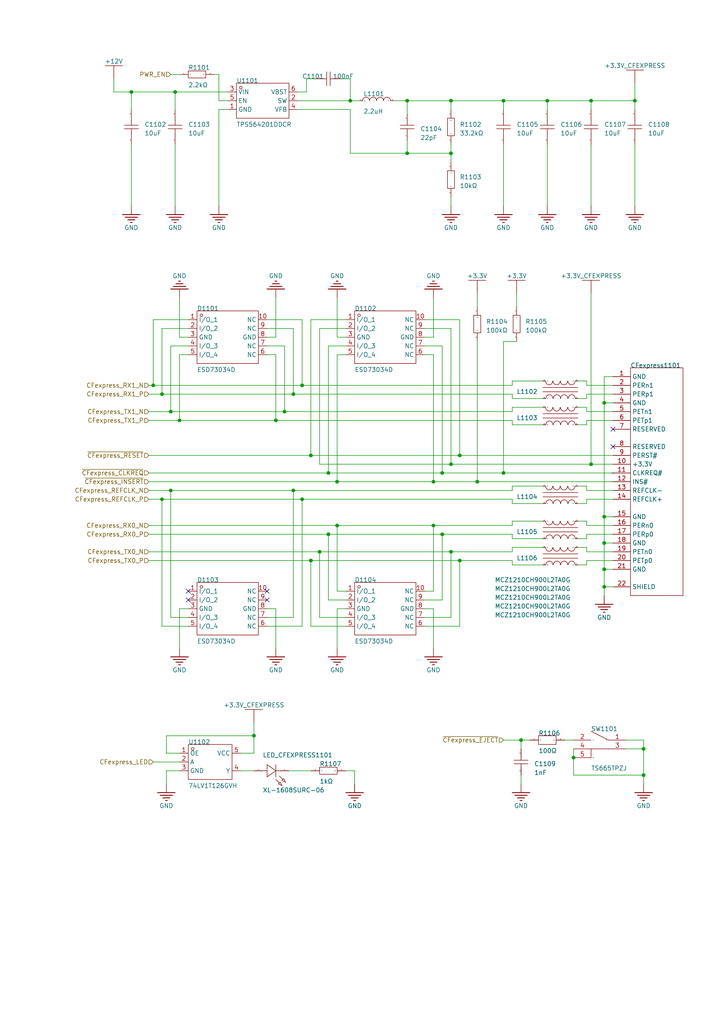
<source format=kicad_sch>
(kicad_sch
	(version 20250114)
	(generator "eeschema")
	(generator_version "9.0")
	(uuid "b8e9f668-a44e-4143-87f4-bafa9d768ba6")
	(paper "A4" portrait)
	
	(junction
		(at 50.8 26.67)
		(diameter 0)
		(color 0 0 0 0)
		(uuid "022e077d-ed8f-4928-8b7b-d011e769e428")
	)
	(junction
		(at 46.99 144.78)
		(diameter 0)
		(color 0 0 0 0)
		(uuid "03629b08-a84a-4b0a-8c7e-a9c4f5ce997b")
	)
	(junction
		(at 38.1 26.67)
		(diameter 0)
		(color 0 0 0 0)
		(uuid "1002655b-3d28-4da7-b86b-a001db5d055c")
	)
	(junction
		(at 186.69 224.79)
		(diameter 0)
		(color 0 0 0 0)
		(uuid "1902f93e-b8e3-48dc-b5f2-0c612ecb6e52")
	)
	(junction
		(at 128.27 154.94)
		(diameter 0)
		(color 0 0 0 0)
		(uuid "1962ba0b-2e93-4a37-be78-5390876a055e")
	)
	(junction
		(at 80.01 121.92)
		(diameter 0)
		(color 0 0 0 0)
		(uuid "1bda8119-103a-4443-a6d7-a601c062801f")
	)
	(junction
		(at 130.81 44.45)
		(diameter 0)
		(color 0 0 0 0)
		(uuid "1be35169-435a-4b15-ace4-9de75138805c")
	)
	(junction
		(at 49.53 119.38)
		(diameter 0)
		(color 0 0 0 0)
		(uuid "1dab5fd9-7742-461e-b240-f4076daa811f")
	)
	(junction
		(at 97.79 139.7)
		(diameter 0)
		(color 0 0 0 0)
		(uuid "262c3382-f212-4ad3-8d1f-35456da410da")
	)
	(junction
		(at 97.79 152.4)
		(diameter 0)
		(color 0 0 0 0)
		(uuid "369afd29-c317-4167-8cf7-991fc37ec41c")
	)
	(junction
		(at 130.81 160.02)
		(diameter 0)
		(color 0 0 0 0)
		(uuid "369b4443-eedf-4191-97a3-7ed8b40baedd")
	)
	(junction
		(at 49.53 142.24)
		(diameter 0)
		(color 0 0 0 0)
		(uuid "3eb2b55b-1f8f-4f78-a1a4-40a2104ecac8")
	)
	(junction
		(at 128.27 137.16)
		(diameter 0)
		(color 0 0 0 0)
		(uuid "4fc3e4f0-760e-46c5-bd4b-8661e32d2975")
	)
	(junction
		(at 151.13 214.63)
		(diameter 0)
		(color 0 0 0 0)
		(uuid "555191e3-70eb-4c7f-a806-3d4a2e5fdf2b")
	)
	(junction
		(at 130.81 134.62)
		(diameter 0)
		(color 0 0 0 0)
		(uuid "560a4d6c-e966-4ce0-9440-fb08605245d7")
	)
	(junction
		(at 175.26 170.18)
		(diameter 0)
		(color 0 0 0 0)
		(uuid "597098ac-37b7-46f2-bd8c-9c30151ac064")
	)
	(junction
		(at 95.25 137.16)
		(diameter 0)
		(color 0 0 0 0)
		(uuid "5fbc15b0-104b-4f77-89b9-5e05ef2f97ba")
	)
	(junction
		(at 82.55 119.38)
		(diameter 0)
		(color 0 0 0 0)
		(uuid "60430ace-26fb-4815-83ff-873b998298ba")
	)
	(junction
		(at 73.66 213.36)
		(diameter 0)
		(color 0 0 0 0)
		(uuid "6089a346-b466-4353-91e6-1d9dbaabd884")
	)
	(junction
		(at 166.37 219.71)
		(diameter 0)
		(color 0 0 0 0)
		(uuid "68e75660-d627-45ce-b09e-c192b55f1ca2")
	)
	(junction
		(at 95.25 154.94)
		(diameter 0)
		(color 0 0 0 0)
		(uuid "696f06b8-c67f-4d14-aabd-e4c90dafe279")
	)
	(junction
		(at 125.73 139.7)
		(diameter 0)
		(color 0 0 0 0)
		(uuid "6b2876db-c02f-4e36-8915-877d4a7a4cab")
	)
	(junction
		(at 158.75 29.21)
		(diameter 0)
		(color 0 0 0 0)
		(uuid "6fe0f009-50cc-4ab1-adbc-c3b77c59c0fa")
	)
	(junction
		(at 186.69 217.17)
		(diameter 0)
		(color 0 0 0 0)
		(uuid "75c9f3ec-1b08-44ba-b0e5-1ebafb22a2c6")
	)
	(junction
		(at 90.17 132.08)
		(diameter 0)
		(color 0 0 0 0)
		(uuid "77282375-2895-4deb-9006-aef8694b18b2")
	)
	(junction
		(at 175.26 116.84)
		(diameter 0)
		(color 0 0 0 0)
		(uuid "7f600fe2-d31f-431b-a4f7-3d6403bb084e")
	)
	(junction
		(at 52.07 121.92)
		(diameter 0)
		(color 0 0 0 0)
		(uuid "899897a2-bc84-453f-84e1-2eb7cc6b70aa")
	)
	(junction
		(at 101.6 29.21)
		(diameter 0)
		(color 0 0 0 0)
		(uuid "8d4b9fb7-c13d-4a3d-af69-c4809e35e43c")
	)
	(junction
		(at 92.71 160.02)
		(diameter 0)
		(color 0 0 0 0)
		(uuid "905c28f0-4276-43a0-bfab-2fb3c22d8408")
	)
	(junction
		(at 125.73 152.4)
		(diameter 0)
		(color 0 0 0 0)
		(uuid "933c1f52-537e-4d35-9c44-0a3437221e23")
	)
	(junction
		(at 138.43 139.7)
		(diameter 0)
		(color 0 0 0 0)
		(uuid "a15d3ef5-115b-4935-b3ce-84536db3cb96")
	)
	(junction
		(at 118.11 44.45)
		(diameter 0)
		(color 0 0 0 0)
		(uuid "a261fbe0-5e20-4497-a235-e6bf402e94b6")
	)
	(junction
		(at 44.45 111.76)
		(diameter 0)
		(color 0 0 0 0)
		(uuid "ae801a6d-ae83-4da6-a51d-2f2be6b61c77")
	)
	(junction
		(at 85.09 114.3)
		(diameter 0)
		(color 0 0 0 0)
		(uuid "af541cbf-cb27-4a12-afe2-d52b84a68c2b")
	)
	(junction
		(at 146.05 137.16)
		(diameter 0)
		(color 0 0 0 0)
		(uuid "b1f9012d-504c-4e3f-90ac-8417b9ad4fb2")
	)
	(junction
		(at 175.26 157.48)
		(diameter 0)
		(color 0 0 0 0)
		(uuid "b4369dc2-ef4f-4f75-8035-ae33e15210b1")
	)
	(junction
		(at 133.35 132.08)
		(diameter 0)
		(color 0 0 0 0)
		(uuid "bef9cb49-3118-4c75-999b-e78123e19275")
	)
	(junction
		(at 118.11 29.21)
		(diameter 0)
		(color 0 0 0 0)
		(uuid "c451e5f0-d4bf-4190-a11d-81dd6764b3ae")
	)
	(junction
		(at 171.45 134.62)
		(diameter 0)
		(color 0 0 0 0)
		(uuid "c771255f-7e2e-4962-a084-b311b6575d07")
	)
	(junction
		(at 130.81 29.21)
		(diameter 0)
		(color 0 0 0 0)
		(uuid "c90b99c6-ca86-4d73-8031-ccbc6a40313a")
	)
	(junction
		(at 46.99 114.3)
		(diameter 0)
		(color 0 0 0 0)
		(uuid "c9a06b61-b793-4c5b-9d61-6dcee6dc6299")
	)
	(junction
		(at 87.63 111.76)
		(diameter 0)
		(color 0 0 0 0)
		(uuid "cb1d2f55-5d31-412a-9f75-5b69393589f2")
	)
	(junction
		(at 133.35 162.56)
		(diameter 0)
		(color 0 0 0 0)
		(uuid "da72c96a-0c7c-49dd-b9e2-33522a34a612")
	)
	(junction
		(at 85.09 142.24)
		(diameter 0)
		(color 0 0 0 0)
		(uuid "e2934dfb-a9f5-44b7-9b4d-04ae372eebb7")
	)
	(junction
		(at 171.45 29.21)
		(diameter 0)
		(color 0 0 0 0)
		(uuid "e3e5eb6c-1415-4540-9369-86a44e6d14d1")
	)
	(junction
		(at 184.15 29.21)
		(diameter 0)
		(color 0 0 0 0)
		(uuid "e76a62e4-ee15-411f-9aa8-cd033c6af407")
	)
	(junction
		(at 175.26 165.1)
		(diameter 0)
		(color 0 0 0 0)
		(uuid "f357a837-8b7b-4108-a0e8-9116dd7cd721")
	)
	(junction
		(at 90.17 162.56)
		(diameter 0)
		(color 0 0 0 0)
		(uuid "f5fb11f2-fd5b-4a78-826b-f98413b2a298")
	)
	(junction
		(at 175.26 149.86)
		(diameter 0)
		(color 0 0 0 0)
		(uuid "fb98a2f1-1979-49b6-89b7-bbd874967428")
	)
	(junction
		(at 87.63 144.78)
		(diameter 0)
		(color 0 0 0 0)
		(uuid "fe52b0f2-37cb-471c-8318-fe4727981fdb")
	)
	(junction
		(at 146.05 29.21)
		(diameter 0)
		(color 0 0 0 0)
		(uuid "feaf1a0d-72a9-41ba-954a-d945c6ba408a")
	)
	(no_connect
		(at 77.47 171.45)
		(uuid "0879e59f-f816-47ae-aa77-e25b75e0a16a")
	)
	(no_connect
		(at 177.8 129.54)
		(uuid "0abc2ddb-695b-44aa-a2ca-f4b4a0b44d55")
	)
	(no_connect
		(at 54.61 173.99)
		(uuid "3fb01db7-9f7f-40a9-9737-1e16d7eda8dc")
	)
	(no_connect
		(at 177.8 124.46)
		(uuid "491a4c18-3881-4a0c-85c4-647ee39e44a7")
	)
	(no_connect
		(at 54.61 171.45)
		(uuid "7bc0e5c4-8c98-4ac4-a253-5696b50a7d54")
	)
	(no_connect
		(at 77.47 173.99)
		(uuid "992b5dc8-4678-40c9-9a01-e0b50770cc2a")
	)
	(wire
		(pts
			(xy 54.61 181.61) (xy 46.99 181.61)
		)
		(stroke
			(width 0)
			(type default)
		)
		(uuid "0228961f-fc97-4982-916d-83f895b48a14")
	)
	(wire
		(pts
			(xy 157.48 140.97) (xy 148.59 140.97)
		)
		(stroke
			(width 0)
			(type default)
		)
		(uuid "026abbf1-064d-48b3-a78a-bc24042145cf")
	)
	(wire
		(pts
			(xy 138.43 85.09) (xy 138.43 88.9)
		)
		(stroke
			(width 0)
			(type default)
		)
		(uuid "06a9089d-3265-40c9-8d54-540e4fa66b3e")
	)
	(wire
		(pts
			(xy 77.47 95.25) (xy 85.09 95.25)
		)
		(stroke
			(width 0)
			(type default)
		)
		(uuid "080a694d-03ce-4bc4-b4f3-48c35e2c99c6")
	)
	(wire
		(pts
			(xy 73.66 213.36) (xy 73.66 218.44)
		)
		(stroke
			(width 0)
			(type default)
		)
		(uuid "09838f55-db71-4620-8948-fda6bc3e5315")
	)
	(wire
		(pts
			(xy 158.75 29.21) (xy 146.05 29.21)
		)
		(stroke
			(width 0)
			(type default)
		)
		(uuid "0bbb0d49-bdff-4af7-b316-337ad9ce4fd2")
	)
	(wire
		(pts
			(xy 170.18 115.57) (xy 167.64 115.57)
		)
		(stroke
			(width 0)
			(type default)
		)
		(uuid "0cc1af6c-26e4-45d8-a27f-4526cea25f06")
	)
	(wire
		(pts
			(xy 43.18 139.7) (xy 97.79 139.7)
		)
		(stroke
			(width 0)
			(type default)
		)
		(uuid "0dcabf12-7cf3-428d-bc81-c1c8794ea080")
	)
	(wire
		(pts
			(xy 148.59 152.4) (xy 125.73 152.4)
		)
		(stroke
			(width 0)
			(type default)
		)
		(uuid "0e6dab69-225b-4f45-855f-463560e12d88")
	)
	(wire
		(pts
			(xy 43.18 160.02) (xy 92.71 160.02)
		)
		(stroke
			(width 0)
			(type default)
		)
		(uuid "0e85ec4d-71e6-4953-877f-6ba40f74fb23")
	)
	(wire
		(pts
			(xy 130.81 59.69) (xy 130.81 57.15)
		)
		(stroke
			(width 0)
			(type default)
		)
		(uuid "0f28840d-af4f-4a27-8962-f0ae2923cef2")
	)
	(wire
		(pts
			(xy 130.81 44.45) (xy 130.81 46.99)
		)
		(stroke
			(width 0)
			(type default)
		)
		(uuid "10215d06-6729-4360-81b2-80aaf8cf1806")
	)
	(wire
		(pts
			(xy 123.19 179.07) (xy 130.81 179.07)
		)
		(stroke
			(width 0)
			(type default)
		)
		(uuid "106074b8-66a1-4b16-85d2-5db2473bd2ba")
	)
	(wire
		(pts
			(xy 90.17 223.52) (xy 83.82 223.52)
		)
		(stroke
			(width 0)
			(type default)
		)
		(uuid "1068e2f3-dce4-4e2b-b1e5-f8744132bef5")
	)
	(wire
		(pts
			(xy 38.1 59.69) (xy 38.1 41.91)
		)
		(stroke
			(width 0)
			(type default)
		)
		(uuid "10b03fb9-00df-43a0-a0ff-46da0dc7d4c5")
	)
	(wire
		(pts
			(xy 130.81 29.21) (xy 130.81 31.75)
		)
		(stroke
			(width 0)
			(type default)
		)
		(uuid "131c81cf-65c5-4376-b8fa-cd88ec126e6e")
	)
	(wire
		(pts
			(xy 138.43 139.7) (xy 138.43 99.06)
		)
		(stroke
			(width 0)
			(type default)
		)
		(uuid "13ffad05-bb5e-4de0-a61d-07e5eb4f3e86")
	)
	(wire
		(pts
			(xy 186.69 217.17) (xy 186.69 224.79)
		)
		(stroke
			(width 0)
			(type default)
		)
		(uuid "16595621-27fb-4f6e-a2f5-f13706757ee3")
	)
	(wire
		(pts
			(xy 125.73 102.87) (xy 123.19 102.87)
		)
		(stroke
			(width 0)
			(type default)
		)
		(uuid "1804d974-c6f6-4c56-82dc-25203d0fc3b7")
	)
	(wire
		(pts
			(xy 90.17 132.08) (xy 43.18 132.08)
		)
		(stroke
			(width 0)
			(type default)
		)
		(uuid "1b0a40ea-8fd0-4b62-a2ba-f19e9b7e0b6f")
	)
	(wire
		(pts
			(xy 170.18 140.97) (xy 170.18 142.24)
		)
		(stroke
			(width 0)
			(type default)
		)
		(uuid "1b1987d4-bbdc-45f7-af57-c318455f8ec1")
	)
	(wire
		(pts
			(xy 52.07 97.79) (xy 54.61 97.79)
		)
		(stroke
			(width 0)
			(type default)
		)
		(uuid "1b4ce9d4-2eb9-4c2f-8b54-ded8a0412be2")
	)
	(wire
		(pts
			(xy 170.18 146.05) (xy 170.18 144.78)
		)
		(stroke
			(width 0)
			(type default)
		)
		(uuid "1c71cfe5-c1d8-4e9c-a5ff-bc64a56a51d4")
	)
	(wire
		(pts
			(xy 167.64 151.13) (xy 170.18 151.13)
		)
		(stroke
			(width 0)
			(type default)
		)
		(uuid "212c3f37-1b3c-4e5d-bcc8-64fb7fc88e7c")
	)
	(wire
		(pts
			(xy 50.8 59.69) (xy 50.8 41.91)
		)
		(stroke
			(width 0)
			(type default)
		)
		(uuid "216b5b69-bab6-44db-8074-247dd94c5bb4")
	)
	(wire
		(pts
			(xy 80.01 187.96) (xy 80.01 176.53)
		)
		(stroke
			(width 0)
			(type default)
		)
		(uuid "22c30182-5af8-4508-9a0f-3bd7237cfa32")
	)
	(wire
		(pts
			(xy 85.09 142.24) (xy 49.53 142.24)
		)
		(stroke
			(width 0)
			(type default)
		)
		(uuid "2362bca3-5ef3-454e-8740-f2eb4327a8c0")
	)
	(wire
		(pts
			(xy 167.64 140.97) (xy 170.18 140.97)
		)
		(stroke
			(width 0)
			(type default)
		)
		(uuid "243468b9-c90b-4ea9-b012-9712f69ca5fc")
	)
	(wire
		(pts
			(xy 158.75 59.69) (xy 158.75 41.91)
		)
		(stroke
			(width 0)
			(type default)
		)
		(uuid "2543f290-6759-4fcf-aa05-355ee6eca41c")
	)
	(wire
		(pts
			(xy 170.18 156.21) (xy 170.18 154.94)
		)
		(stroke
			(width 0)
			(type default)
		)
		(uuid "25b1274b-178b-4cef-b7e2-92745947961c")
	)
	(wire
		(pts
			(xy 43.18 154.94) (xy 95.25 154.94)
		)
		(stroke
			(width 0)
			(type default)
		)
		(uuid "27be5f69-f4ef-4c90-a39a-9ffb9385d62e")
	)
	(wire
		(pts
			(xy 170.18 151.13) (xy 170.18 152.4)
		)
		(stroke
			(width 0)
			(type default)
		)
		(uuid "2873b971-9630-4c3a-ad65-e63bb5ef884e")
	)
	(wire
		(pts
			(xy 148.59 152.4) (xy 148.59 151.13)
		)
		(stroke
			(width 0)
			(type default)
		)
		(uuid "28cf87de-6894-4198-a512-4f2548326b69")
	)
	(wire
		(pts
			(xy 148.59 146.05) (xy 157.48 146.05)
		)
		(stroke
			(width 0)
			(type default)
		)
		(uuid "296420f4-7ef2-4216-8db3-17244ae8fec7")
	)
	(wire
		(pts
			(xy 90.17 92.71) (xy 90.17 132.08)
		)
		(stroke
			(width 0)
			(type default)
		)
		(uuid "2a543681-526c-442e-a87f-dbbd181daf67")
	)
	(wire
		(pts
			(xy 177.8 144.78) (xy 170.18 144.78)
		)
		(stroke
			(width 0)
			(type default)
		)
		(uuid "2ada9dcd-cda2-43d3-aa6a-2adb2bce6dbc")
	)
	(wire
		(pts
			(xy 170.18 111.76) (xy 170.18 110.49)
		)
		(stroke
			(width 0)
			(type default)
		)
		(uuid "2b74e010-b194-4919-b36b-b8681579fae7")
	)
	(wire
		(pts
			(xy 87.63 111.76) (xy 148.59 111.76)
		)
		(stroke
			(width 0)
			(type default)
		)
		(uuid "2b8c708d-6518-4cc4-b8f7-d9edc019f877")
	)
	(wire
		(pts
			(xy 177.8 154.94) (xy 170.18 154.94)
		)
		(stroke
			(width 0)
			(type default)
		)
		(uuid "2bd2b0ac-ba04-41c3-bc62-cb9d96983a93")
	)
	(wire
		(pts
			(xy 148.59 162.56) (xy 133.35 162.56)
		)
		(stroke
			(width 0)
			(type default)
		)
		(uuid "2bf1bbb4-bcc5-4164-8a1f-e238a1f2a420")
	)
	(wire
		(pts
			(xy 50.8 26.67) (xy 50.8 31.75)
		)
		(stroke
			(width 0)
			(type default)
		)
		(uuid "2cba521f-f5a6-4a53-818e-5406ae98cc02")
	)
	(wire
		(pts
			(xy 73.66 209.55) (xy 73.66 213.36)
		)
		(stroke
			(width 0)
			(type default)
		)
		(uuid "2db89824-5e4a-42e3-b7ad-39ca78c09900")
	)
	(wire
		(pts
			(xy 100.33 173.99) (xy 95.25 173.99)
		)
		(stroke
			(width 0)
			(type default)
		)
		(uuid "30425d91-7e94-4635-b0e2-b732b7e61e82")
	)
	(wire
		(pts
			(xy 133.35 181.61) (xy 133.35 162.56)
		)
		(stroke
			(width 0)
			(type default)
		)
		(uuid "323abc92-dc05-4694-8c86-b9cc9a8bf5c9")
	)
	(wire
		(pts
			(xy 82.55 100.33) (xy 82.55 119.38)
		)
		(stroke
			(width 0)
			(type default)
		)
		(uuid "356474ef-b10d-4199-8728-dc3176863c8b")
	)
	(wire
		(pts
			(xy 54.61 102.87) (xy 52.07 102.87)
		)
		(stroke
			(width 0)
			(type default)
		)
		(uuid "356867f8-61c9-44e7-9e9e-8aca514aad39")
	)
	(wire
		(pts
			(xy 170.18 121.92) (xy 170.18 123.19)
		)
		(stroke
			(width 0)
			(type default)
		)
		(uuid "36046d9c-ce2d-401a-8744-f9131d83c59f")
	)
	(wire
		(pts
			(xy 44.45 220.98) (xy 52.07 220.98)
		)
		(stroke
			(width 0)
			(type default)
		)
		(uuid "366efbed-a7b0-4f82-b15c-786bdbdcdefa")
	)
	(wire
		(pts
			(xy 146.05 99.06) (xy 149.86 99.06)
		)
		(stroke
			(width 0)
			(type default)
		)
		(uuid "367859e1-eb08-40f3-9e96-1f6c42703ade")
	)
	(wire
		(pts
			(xy 181.61 217.17) (xy 186.69 217.17)
		)
		(stroke
			(width 0)
			(type default)
		)
		(uuid "3a39657a-c237-4841-91fa-55a213358275")
	)
	(wire
		(pts
			(xy 77.47 181.61) (xy 87.63 181.61)
		)
		(stroke
			(width 0)
			(type default)
		)
		(uuid "3a4a42b4-bd06-4047-84fd-8eba1021a653")
	)
	(wire
		(pts
			(xy 125.73 139.7) (xy 138.43 139.7)
		)
		(stroke
			(width 0)
			(type default)
		)
		(uuid "3bdb9a2a-addf-4530-9239-5c6b178d29f0")
	)
	(wire
		(pts
			(xy 151.13 214.63) (xy 146.05 214.63)
		)
		(stroke
			(width 0)
			(type default)
		)
		(uuid "3c5844d0-303e-4027-820a-a1b47764799d")
	)
	(wire
		(pts
			(xy 177.8 162.56) (xy 170.18 162.56)
		)
		(stroke
			(width 0)
			(type default)
		)
		(uuid "3d953f6d-136b-4929-9008-48b1f50d9a22")
	)
	(wire
		(pts
			(xy 92.71 95.25) (xy 100.33 95.25)
		)
		(stroke
			(width 0)
			(type default)
		)
		(uuid "3dc873b7-86f8-4448-a57d-6bd9a4042845")
	)
	(wire
		(pts
			(xy 86.36 29.21) (xy 101.6 29.21)
		)
		(stroke
			(width 0)
			(type default)
		)
		(uuid "3e082160-3105-41c4-a8ab-96487555f405")
	)
	(wire
		(pts
			(xy 97.79 97.79) (xy 97.79 86.36)
		)
		(stroke
			(width 0)
			(type default)
		)
		(uuid "3f5d507d-ec4e-406b-bef2-d6cd829a15ab")
	)
	(wire
		(pts
			(xy 44.45 92.71) (xy 44.45 111.76)
		)
		(stroke
			(width 0)
			(type default)
		)
		(uuid "3fa63206-6f15-44b8-bf3f-ad7214a8e83f")
	)
	(wire
		(pts
			(xy 54.61 92.71) (xy 44.45 92.71)
		)
		(stroke
			(width 0)
			(type default)
		)
		(uuid "41589cef-049f-45da-bbee-fda1218f1037")
	)
	(wire
		(pts
			(xy 163.83 214.63) (xy 166.37 214.63)
		)
		(stroke
			(width 0)
			(type default)
		)
		(uuid "4169e49a-9e74-494a-b7ef-0851c9be07a3")
	)
	(wire
		(pts
			(xy 170.18 110.49) (xy 167.64 110.49)
		)
		(stroke
			(width 0)
			(type default)
		)
		(uuid "41f0500e-b591-4646-862f-c7695f8c01cd")
	)
	(wire
		(pts
			(xy 133.35 132.08) (xy 177.8 132.08)
		)
		(stroke
			(width 0)
			(type default)
		)
		(uuid "420d299d-9d59-47f1-b531-a24e7a0641c8")
	)
	(wire
		(pts
			(xy 177.8 119.38) (xy 170.18 119.38)
		)
		(stroke
			(width 0)
			(type default)
		)
		(uuid "42585123-3ee6-4c23-a02b-8679e2d5f4c8")
	)
	(wire
		(pts
			(xy 148.59 115.57) (xy 148.59 114.3)
		)
		(stroke
			(width 0)
			(type default)
		)
		(uuid "44e0f711-3967-463d-b651-018146869dff")
	)
	(wire
		(pts
			(xy 92.71 134.62) (xy 130.81 134.62)
		)
		(stroke
			(width 0)
			(type default)
		)
		(uuid "45a56336-66fd-4a54-bd69-35cfee7e4a5c")
	)
	(wire
		(pts
			(xy 52.07 187.96) (xy 52.07 176.53)
		)
		(stroke
			(width 0)
			(type default)
		)
		(uuid "46a714db-542f-4d2e-a0aa-3df97f9580e6")
	)
	(wire
		(pts
			(xy 167.64 158.75) (xy 170.18 158.75)
		)
		(stroke
			(width 0)
			(type default)
		)
		(uuid "4760e46b-94fc-4948-8131-c09c93e5276f")
	)
	(wire
		(pts
			(xy 97.79 139.7) (xy 125.73 139.7)
		)
		(stroke
			(width 0)
			(type default)
		)
		(uuid "477dc0b9-aa9a-4832-b5c2-04de2429df0d")
	)
	(wire
		(pts
			(xy 82.55 119.38) (xy 148.59 119.38)
		)
		(stroke
			(width 0)
			(type default)
		)
		(uuid "4a1e6444-7852-4fef-9fb5-e1b08e2ed20e")
	)
	(wire
		(pts
			(xy 186.69 214.63) (xy 186.69 217.17)
		)
		(stroke
			(width 0)
			(type default)
		)
		(uuid "4ab3de02-f797-4017-b40b-ac6f95604b5f")
	)
	(wire
		(pts
			(xy 43.18 144.78) (xy 46.99 144.78)
		)
		(stroke
			(width 0)
			(type default)
		)
		(uuid "4b312ace-e2ae-49f6-9ca4-1b2aea2d2c44")
	)
	(wire
		(pts
			(xy 49.53 179.07) (xy 49.53 142.24)
		)
		(stroke
			(width 0)
			(type default)
		)
		(uuid "4c1aa040-3c41-4927-aa6c-e53bbe7ed630")
	)
	(wire
		(pts
			(xy 80.01 176.53) (xy 77.47 176.53)
		)
		(stroke
			(width 0)
			(type default)
		)
		(uuid "4c22ca13-b8eb-4add-8793-1ed79e2c0877")
	)
	(wire
		(pts
			(xy 148.59 110.49) (xy 148.59 111.76)
		)
		(stroke
			(width 0)
			(type default)
		)
		(uuid "4c2ad809-ce78-4622-9100-dae9ce95d3d8")
	)
	(wire
		(pts
			(xy 49.53 119.38) (xy 82.55 119.38)
		)
		(stroke
			(width 0)
			(type default)
		)
		(uuid "4d0b2a45-4a5e-4900-8698-1af45edf1b88")
	)
	(wire
		(pts
			(xy 52.07 176.53) (xy 54.61 176.53)
		)
		(stroke
			(width 0)
			(type default)
		)
		(uuid "4f4dc235-414c-43c5-8902-b085dc690e13")
	)
	(wire
		(pts
			(xy 146.05 99.06) (xy 146.05 137.16)
		)
		(stroke
			(width 0)
			(type default)
		)
		(uuid "4f953291-d653-458f-814f-f3e28fcd000b")
	)
	(wire
		(pts
			(xy 148.59 154.94) (xy 128.27 154.94)
		)
		(stroke
			(width 0)
			(type default)
		)
		(uuid "4fa02a77-db09-484c-9240-1d067a365dac")
	)
	(wire
		(pts
			(xy 87.63 144.78) (xy 46.99 144.78)
		)
		(stroke
			(width 0)
			(type default)
		)
		(uuid "50d4bc64-84ec-4d9d-b9ed-29e2584dd320")
	)
	(wire
		(pts
			(xy 54.61 179.07) (xy 49.53 179.07)
		)
		(stroke
			(width 0)
			(type default)
		)
		(uuid "50dd0133-6886-4a15-85b8-7d3d64ee4c86")
	)
	(wire
		(pts
			(xy 73.66 213.36) (xy 48.26 213.36)
		)
		(stroke
			(width 0)
			(type default)
		)
		(uuid "5149388b-bd6d-45cb-a258-702aa5b016b1")
	)
	(wire
		(pts
			(xy 46.99 181.61) (xy 46.99 144.78)
		)
		(stroke
			(width 0)
			(type default)
		)
		(uuid "52bf6d4b-83cd-44cb-b0f0-edbffff26e3e")
	)
	(wire
		(pts
			(xy 177.8 149.86) (xy 175.26 149.86)
		)
		(stroke
			(width 0)
			(type default)
		)
		(uuid "53349cd1-bf3e-4dc6-8771-b32b5221223c")
	)
	(wire
		(pts
			(xy 43.18 142.24) (xy 49.53 142.24)
		)
		(stroke
			(width 0)
			(type default)
		)
		(uuid "56647753-1f15-4649-86b8-36e64d7aa602")
	)
	(wire
		(pts
			(xy 95.25 100.33) (xy 95.25 137.16)
		)
		(stroke
			(width 0)
			(type default)
		)
		(uuid "582ca21d-5d26-4136-a31c-1d3e5e53847f")
	)
	(wire
		(pts
			(xy 92.71 179.07) (xy 92.71 160.02)
		)
		(stroke
			(width 0)
			(type default)
		)
		(uuid "596f8e7b-13ba-43a7-91e5-4405e8cae90a")
	)
	(wire
		(pts
			(xy 171.45 29.21) (xy 171.45 31.75)
		)
		(stroke
			(width 0)
			(type default)
		)
		(uuid "5979809c-5ea6-4114-9ecb-43c46a6fb640")
	)
	(wire
		(pts
			(xy 50.8 26.67) (xy 66.04 26.67)
		)
		(stroke
			(width 0)
			(type default)
		)
		(uuid "59922bb6-eada-4594-933a-0317cbc92400")
	)
	(wire
		(pts
			(xy 85.09 114.3) (xy 148.59 114.3)
		)
		(stroke
			(width 0)
			(type default)
		)
		(uuid "59a39f73-9ef5-4109-9b6c-b155286fcea1")
	)
	(wire
		(pts
			(xy 48.26 218.44) (xy 52.07 218.44)
		)
		(stroke
			(width 0)
			(type default)
		)
		(uuid "59f20571-5658-46b9-9971-0eb9fdf83998")
	)
	(wire
		(pts
			(xy 170.18 163.83) (xy 170.18 162.56)
		)
		(stroke
			(width 0)
			(type default)
		)
		(uuid "5a08c5cb-1bdc-48ca-b088-2df408b6900a")
	)
	(wire
		(pts
			(xy 148.59 154.94) (xy 148.59 156.21)
		)
		(stroke
			(width 0)
			(type default)
		)
		(uuid "5b7ac8db-b586-401d-b326-497a6a5d489e")
	)
	(wire
		(pts
			(xy 148.59 140.97) (xy 148.59 142.24)
		)
		(stroke
			(width 0)
			(type default)
		)
		(uuid "5fdc87bd-2f67-4bd8-aaae-cbcd1177a389")
	)
	(wire
		(pts
			(xy 33.02 22.86) (xy 33.02 26.67)
		)
		(stroke
			(width 0)
			(type default)
		)
		(uuid "61aaa832-dbf0-4f9c-9f05-410b8f06e7ed")
	)
	(wire
		(pts
			(xy 157.48 156.21) (xy 148.59 156.21)
		)
		(stroke
			(width 0)
			(type default)
		)
		(uuid "61ecb163-740e-4747-a7f6-d7a498943967")
	)
	(wire
		(pts
			(xy 186.69 224.79) (xy 166.37 224.79)
		)
		(stroke
			(width 0)
			(type default)
		)
		(uuid "639cbe20-6e80-4980-9eb9-da91aca15725")
	)
	(wire
		(pts
			(xy 118.11 44.45) (xy 118.11 40.64)
		)
		(stroke
			(width 0)
			(type default)
		)
		(uuid "64774b8a-399f-4e74-b150-36edbb0899c3")
	)
	(wire
		(pts
			(xy 146.05 137.16) (xy 128.27 137.16)
		)
		(stroke
			(width 0)
			(type default)
		)
		(uuid "65f3ffc6-8a39-44bf-939c-2c49ead39427")
	)
	(wire
		(pts
			(xy 80.01 102.87) (xy 80.01 121.92)
		)
		(stroke
			(width 0)
			(type default)
		)
		(uuid "6694f36d-15b7-4fc6-8533-49cbdd27a346")
	)
	(wire
		(pts
			(xy 148.59 162.56) (xy 148.59 163.83)
		)
		(stroke
			(width 0)
			(type default)
		)
		(uuid "66c27409-20e7-4047-8565-849ecedc3e33")
	)
	(wire
		(pts
			(xy 166.37 224.79) (xy 166.37 219.71)
		)
		(stroke
			(width 0)
			(type default)
		)
		(uuid "674f2c07-4dc9-4e69-9712-00cec49c874c")
	)
	(wire
		(pts
			(xy 177.8 111.76) (xy 170.18 111.76)
		)
		(stroke
			(width 0)
			(type default)
		)
		(uuid "68dd93c7-1aa9-4ddc-a809-cb70c906f7bb")
	)
	(wire
		(pts
			(xy 166.37 217.17) (xy 166.37 219.71)
		)
		(stroke
			(width 0)
			(type default)
		)
		(uuid "690d9671-bc25-4a69-b9af-9532703b2cb4")
	)
	(wire
		(pts
			(xy 151.13 214.63) (xy 153.67 214.63)
		)
		(stroke
			(width 0)
			(type default)
		)
		(uuid "694c1ebf-d78f-4b92-8c05-44b1c96103ef")
	)
	(wire
		(pts
			(xy 133.35 162.56) (xy 90.17 162.56)
		)
		(stroke
			(width 0)
			(type default)
		)
		(uuid "69ff6627-1053-4a2f-82cf-335315ae1b1a")
	)
	(wire
		(pts
			(xy 80.01 121.92) (xy 148.59 121.92)
		)
		(stroke
			(width 0)
			(type default)
		)
		(uuid "6bd30299-fa3d-4f81-bb59-b125192e76c0")
	)
	(wire
		(pts
			(xy 130.81 29.21) (xy 118.11 29.21)
		)
		(stroke
			(width 0)
			(type default)
		)
		(uuid "6cc5633c-9509-41b9-99b8-f88d5413e8db")
	)
	(wire
		(pts
			(xy 171.45 134.62) (xy 171.45 85.09)
		)
		(stroke
			(width 0)
			(type default)
		)
		(uuid "6e491c19-343e-44b5-8d7d-50ca0e64ede6")
	)
	(wire
		(pts
			(xy 49.53 100.33) (xy 49.53 119.38)
		)
		(stroke
			(width 0)
			(type default)
		)
		(uuid "6f903ba1-e975-4bf9-b52d-020a9da17a6c")
	)
	(wire
		(pts
			(xy 171.45 29.21) (xy 158.75 29.21)
		)
		(stroke
			(width 0)
			(type default)
		)
		(uuid "71321a76-6796-42d2-a143-6726bfc35bcc")
	)
	(wire
		(pts
			(xy 146.05 29.21) (xy 130.81 29.21)
		)
		(stroke
			(width 0)
			(type default)
		)
		(uuid "73ae39eb-8e57-4155-9d0f-9b6c45a4a2ab")
	)
	(wire
		(pts
			(xy 123.19 97.79) (xy 125.73 97.79)
		)
		(stroke
			(width 0)
			(type default)
		)
		(uuid "73c3d45c-d7eb-4460-b467-ba4e84d14f82")
	)
	(wire
		(pts
			(xy 46.99 114.3) (xy 43.18 114.3)
		)
		(stroke
			(width 0)
			(type default)
		)
		(uuid "746e5a6b-7d0c-4a47-92c8-f71c11f2c841")
	)
	(wire
		(pts
			(xy 130.81 44.45) (xy 130.81 41.91)
		)
		(stroke
			(width 0)
			(type default)
		)
		(uuid "755a6372-966d-40ce-aa37-5698dd494144")
	)
	(wire
		(pts
			(xy 133.35 92.71) (xy 123.19 92.71)
		)
		(stroke
			(width 0)
			(type default)
		)
		(uuid "7568991e-7aa4-4abd-b303-ced10bf6a65b")
	)
	(wire
		(pts
			(xy 43.18 152.4) (xy 97.79 152.4)
		)
		(stroke
			(width 0)
			(type default)
		)
		(uuid "76c59fd1-fbfc-4121-a5e8-01c26442fc4f")
	)
	(wire
		(pts
			(xy 46.99 95.25) (xy 46.99 114.3)
		)
		(stroke
			(width 0)
			(type default)
		)
		(uuid "77b66fe5-a243-4429-9ddb-08affe864d3c")
	)
	(wire
		(pts
			(xy 175.26 149.86) (xy 175.26 116.84)
		)
		(stroke
			(width 0)
			(type default)
		)
		(uuid "77c00892-352c-44cb-b4ea-0ceeb100b7b5")
	)
	(wire
		(pts
			(xy 148.59 142.24) (xy 85.09 142.24)
		)
		(stroke
			(width 0)
			(type default)
		)
		(uuid "78d5c1a7-9767-42a5-b034-18b453ff1a18")
	)
	(wire
		(pts
			(xy 66.04 29.21) (xy 63.5 29.21)
		)
		(stroke
			(width 0)
			(type default)
		)
		(uuid "7a023518-e8f3-4717-8da5-d23ea133015c")
	)
	(wire
		(pts
			(xy 90.17 132.08) (xy 133.35 132.08)
		)
		(stroke
			(width 0)
			(type default)
		)
		(uuid "7a9c198a-3fd8-471e-b79f-da6fa21b7c6f")
	)
	(wire
		(pts
			(xy 54.61 100.33) (xy 49.53 100.33)
		)
		(stroke
			(width 0)
			(type default)
		)
		(uuid "7bcc74de-f85d-4bc9-af59-efa9fa6fc2ed")
	)
	(wire
		(pts
			(xy 100.33 179.07) (xy 92.71 179.07)
		)
		(stroke
			(width 0)
			(type default)
		)
		(uuid "7d07649b-88ea-461e-9cd5-6c8290d6fca1")
	)
	(wire
		(pts
			(xy 186.69 214.63) (xy 181.61 214.63)
		)
		(stroke
			(width 0)
			(type default)
		)
		(uuid "7f71542e-e5f8-4e0b-b496-370411c38b04")
	)
	(wire
		(pts
			(xy 148.59 160.02) (xy 130.81 160.02)
		)
		(stroke
			(width 0)
			(type default)
		)
		(uuid "80c9c46e-4ba7-43a1-ae5c-186f7bec69cf")
	)
	(wire
		(pts
			(xy 146.05 137.16) (xy 177.8 137.16)
		)
		(stroke
			(width 0)
			(type default)
		)
		(uuid "817f4de2-4969-49d0-90aa-4cceac167693")
	)
	(wire
		(pts
			(xy 118.11 29.21) (xy 114.3 29.21)
		)
		(stroke
			(width 0)
			(type default)
		)
		(uuid "82e0f614-5db1-4656-a07a-a179e4651d06")
	)
	(wire
		(pts
			(xy 128.27 100.33) (xy 123.19 100.33)
		)
		(stroke
			(width 0)
			(type default)
		)
		(uuid "82feb31f-c740-4abc-8696-ae127cf30f6b")
	)
	(wire
		(pts
			(xy 85.09 95.25) (xy 85.09 114.3)
		)
		(stroke
			(width 0)
			(type default)
		)
		(uuid "83795a97-d263-448d-a1bd-2634987ec6b2")
	)
	(wire
		(pts
			(xy 130.81 179.07) (xy 130.81 160.02)
		)
		(stroke
			(width 0)
			(type default)
		)
		(uuid "86fda85c-9502-4262-85ce-563b23016086")
	)
	(wire
		(pts
			(xy 170.18 123.19) (xy 167.64 123.19)
		)
		(stroke
			(width 0)
			(type default)
		)
		(uuid "89d9eea5-87b7-49a0-836f-dc8b074ad13c")
	)
	(wire
		(pts
			(xy 97.79 102.87) (xy 97.79 139.7)
		)
		(stroke
			(width 0)
			(type default)
		)
		(uuid "8b1d47ef-fc97-4c42-a687-d7d3e6b9c067")
	)
	(wire
		(pts
			(xy 130.81 160.02) (xy 92.71 160.02)
		)
		(stroke
			(width 0)
			(type default)
		)
		(uuid "8b6c6a11-fce6-4879-b372-aa5e13ced3fa")
	)
	(wire
		(pts
			(xy 175.26 109.22) (xy 175.26 116.84)
		)
		(stroke
			(width 0)
			(type default)
		)
		(uuid "8c018e68-7fc3-4b66-ae00-81a7829959c7")
	)
	(wire
		(pts
			(xy 80.01 97.79) (xy 80.01 86.36)
		)
		(stroke
			(width 0)
			(type default)
		)
		(uuid "8cf5b382-99c5-4b4e-848d-84d8fa5b4a4f")
	)
	(wire
		(pts
			(xy 49.53 119.38) (xy 43.18 119.38)
		)
		(stroke
			(width 0)
			(type default)
		)
		(uuid "8f7c42b3-db20-49a3-a2a4-a69766765f00")
	)
	(wire
		(pts
			(xy 66.04 31.75) (xy 63.5 31.75)
		)
		(stroke
			(width 0)
			(type default)
		)
		(uuid "905d27d9-a2fd-40d1-9938-39035ac339c9")
	)
	(wire
		(pts
			(xy 157.48 163.83) (xy 148.59 163.83)
		)
		(stroke
			(width 0)
			(type default)
		)
		(uuid "906a11f7-0e07-464e-bde0-7bb2c2f0dea0")
	)
	(wire
		(pts
			(xy 88.9 22.86) (xy 88.9 26.67)
		)
		(stroke
			(width 0)
			(type default)
		)
		(uuid "90c1c5ea-cf20-4247-9a85-73780ec69a78")
	)
	(wire
		(pts
			(xy 52.07 102.87) (xy 52.07 121.92)
		)
		(stroke
			(width 0)
			(type default)
		)
		(uuid "90d3b3ec-616c-4fb8-9c67-01f2111fdfb1")
	)
	(wire
		(pts
			(xy 175.26 165.1) (xy 175.26 170.18)
		)
		(stroke
			(width 0)
			(type default)
		)
		(uuid "9183aea1-7890-42d2-8de7-3b0209c46dd9")
	)
	(wire
		(pts
			(xy 175.26 157.48) (xy 175.26 165.1)
		)
		(stroke
			(width 0)
			(type default)
		)
		(uuid "91a4966a-7280-409e-b53f-367377b16622")
	)
	(wire
		(pts
			(xy 90.17 92.71) (xy 100.33 92.71)
		)
		(stroke
			(width 0)
			(type default)
		)
		(uuid "91e90cda-f93b-421a-96d0-16b6dacbf0f5")
	)
	(wire
		(pts
			(xy 149.86 85.09) (xy 149.86 88.9)
		)
		(stroke
			(width 0)
			(type default)
		)
		(uuid "92595669-1b67-4922-a2d0-fee9d1559a42")
	)
	(wire
		(pts
			(xy 184.15 59.69) (xy 184.15 41.91)
		)
		(stroke
			(width 0)
			(type default)
		)
		(uuid "93bb889e-775d-4d0e-a3f3-070d95e0f09d")
	)
	(wire
		(pts
			(xy 80.01 97.79) (xy 77.47 97.79)
		)
		(stroke
			(width 0)
			(type default)
		)
		(uuid "94469ad5-6189-4fda-914f-5be8e8e31bdc")
	)
	(wire
		(pts
			(xy 171.45 59.69) (xy 171.45 41.91)
		)
		(stroke
			(width 0)
			(type default)
		)
		(uuid "9501a840-8190-40db-8851-d9de0c769d43")
	)
	(wire
		(pts
			(xy 38.1 26.67) (xy 38.1 31.75)
		)
		(stroke
			(width 0)
			(type default)
		)
		(uuid "95ac5327-38ff-4191-8c66-76e85b2562a6")
	)
	(wire
		(pts
			(xy 177.8 157.48) (xy 175.26 157.48)
		)
		(stroke
			(width 0)
			(type default)
		)
		(uuid "95f71431-4280-4fb2-bfcb-dd5279dd17c4")
	)
	(wire
		(pts
			(xy 170.18 114.3) (xy 170.18 115.57)
		)
		(stroke
			(width 0)
			(type default)
		)
		(uuid "983bca01-ac58-46f3-8899-ad484db2afce")
	)
	(wire
		(pts
			(xy 52.07 121.92) (xy 80.01 121.92)
		)
		(stroke
			(width 0)
			(type default)
		)
		(uuid "992bc62a-926f-452f-874d-e2137d2aae33")
	)
	(wire
		(pts
			(xy 43.18 137.16) (xy 95.25 137.16)
		)
		(stroke
			(width 0)
			(type default)
		)
		(uuid "99fec5af-1438-4a56-b80f-3e27d4ce83e0")
	)
	(wire
		(pts
			(xy 184.15 24.13) (xy 184.15 29.21)
		)
		(stroke
			(width 0)
			(type default)
		)
		(uuid "9a449665-ccee-4c70-ace1-15fe7898533a")
	)
	(wire
		(pts
			(xy 148.59 160.02) (xy 148.59 158.75)
		)
		(stroke
			(width 0)
			(type default)
		)
		(uuid "9a836fd2-a302-4931-b1c2-f2b5dae92307")
	)
	(wire
		(pts
			(xy 100.33 181.61) (xy 90.17 181.61)
		)
		(stroke
			(width 0)
			(type default)
		)
		(uuid "9c4ac48d-47da-4d9d-9479-f29154ef9142")
	)
	(wire
		(pts
			(xy 125.73 171.45) (xy 125.73 152.4)
		)
		(stroke
			(width 0)
			(type default)
		)
		(uuid "9ccde3de-44f2-40fd-9bf0-06604e6d913a")
	)
	(wire
		(pts
			(xy 91.44 22.86) (xy 88.9 22.86)
		)
		(stroke
			(width 0)
			(type default)
		)
		(uuid "9da298bd-f558-4d86-82c1-f9a29a8468f0")
	)
	(wire
		(pts
			(xy 48.26 223.52) (xy 48.26 227.33)
		)
		(stroke
			(width 0)
			(type default)
		)
		(uuid "9e580a3c-3914-47df-bdff-1916a3c6931c")
	)
	(wire
		(pts
			(xy 123.19 181.61) (xy 133.35 181.61)
		)
		(stroke
			(width 0)
			(type default)
		)
		(uuid "9ef8ef12-ea35-4f11-ae50-0e4b5d008710")
	)
	(wire
		(pts
			(xy 177.8 114.3) (xy 170.18 114.3)
		)
		(stroke
			(width 0)
			(type default)
		)
		(uuid "9f395dfd-2f4c-4d83-82c1-f19d202c7827")
	)
	(wire
		(pts
			(xy 170.18 118.11) (xy 167.64 118.11)
		)
		(stroke
			(width 0)
			(type default)
		)
		(uuid "9f62ed76-9210-4bfb-9cb6-4627a9ae2f8c")
	)
	(wire
		(pts
			(xy 186.69 227.33) (xy 186.69 224.79)
		)
		(stroke
			(width 0)
			(type default)
		)
		(uuid "9ff3f3ed-59f8-4360-9f4b-df46f66e08ab")
	)
	(wire
		(pts
			(xy 123.19 173.99) (xy 128.27 173.99)
		)
		(stroke
			(width 0)
			(type default)
		)
		(uuid "a13769b4-2fee-42ac-92f1-076084fcfe1f")
	)
	(wire
		(pts
			(xy 50.8 26.67) (xy 38.1 26.67)
		)
		(stroke
			(width 0)
			(type default)
		)
		(uuid "a5261200-7330-4c83-b54b-1bf01c9f1f83")
	)
	(wire
		(pts
			(xy 63.5 31.75) (xy 63.5 59.69)
		)
		(stroke
			(width 0)
			(type default)
		)
		(uuid "a77a4ea8-417d-472d-b358-27662939246b")
	)
	(wire
		(pts
			(xy 77.47 179.07) (xy 85.09 179.07)
		)
		(stroke
			(width 0)
			(type default)
		)
		(uuid "a87adb21-fcc6-4891-a912-6e1b56f92366")
	)
	(wire
		(pts
			(xy 125.73 102.87) (xy 125.73 139.7)
		)
		(stroke
			(width 0)
			(type default)
		)
		(uuid "a974efc5-4538-4bd3-82d9-224c36bd94f4")
	)
	(wire
		(pts
			(xy 157.48 123.19) (xy 148.59 123.19)
		)
		(stroke
			(width 0)
			(type default)
		)
		(uuid "a9a999bf-22c8-420f-bdc4-971baec1b661")
	)
	(wire
		(pts
			(xy 130.81 134.62) (xy 171.45 134.62)
		)
		(stroke
			(width 0)
			(type default)
		)
		(uuid "ad3b1bb6-5c0d-4a41-9e42-8b05e0c5c8df")
	)
	(wire
		(pts
			(xy 148.59 158.75) (xy 157.48 158.75)
		)
		(stroke
			(width 0)
			(type default)
		)
		(uuid "ad5680e9-1938-4fad-b58b-0e809a97e068")
	)
	(wire
		(pts
			(xy 100.33 171.45) (xy 97.79 171.45)
		)
		(stroke
			(width 0)
			(type default)
		)
		(uuid "adfae4c4-edd1-4927-89e0-10d83d72f9b3")
	)
	(wire
		(pts
			(xy 63.5 21.59) (xy 63.5 29.21)
		)
		(stroke
			(width 0)
			(type default)
		)
		(uuid "b02b3373-8915-43d5-83e2-f4c83f77a71d")
	)
	(wire
		(pts
			(xy 125.73 176.53) (xy 123.19 176.53)
		)
		(stroke
			(width 0)
			(type default)
		)
		(uuid "b07b4def-6f8b-46b2-906e-ef7c1a2ca0d0")
	)
	(wire
		(pts
			(xy 125.73 97.79) (xy 125.73 86.36)
		)
		(stroke
			(width 0)
			(type default)
		)
		(uuid "b0f7ac7a-e587-4f65-baaf-e1bed63922bd")
	)
	(wire
		(pts
			(xy 167.64 163.83) (xy 170.18 163.83)
		)
		(stroke
			(width 0)
			(type default)
		)
		(uuid "b145bec1-78af-42a5-95aa-7b453f164143")
	)
	(wire
		(pts
			(xy 52.07 97.79) (xy 52.07 86.36)
		)
		(stroke
			(width 0)
			(type default)
		)
		(uuid "b19a2dcc-1690-4bcf-ae70-4d43ad025b8b")
	)
	(wire
		(pts
			(xy 148.59 144.78) (xy 87.63 144.78)
		)
		(stroke
			(width 0)
			(type default)
		)
		(uuid "b3434aab-286d-45a1-91cb-b97c01fe3b9d")
	)
	(wire
		(pts
			(xy 99.06 22.86) (xy 101.6 22.86)
		)
		(stroke
			(width 0)
			(type default)
		)
		(uuid "b3b405d4-be24-4fb2-89a1-7c87ac9f02f1")
	)
	(wire
		(pts
			(xy 158.75 29.21) (xy 158.75 31.75)
		)
		(stroke
			(width 0)
			(type default)
		)
		(uuid "b5554084-06b5-4a6a-9776-b5a383acd43c")
	)
	(wire
		(pts
			(xy 49.53 21.59) (xy 52.07 21.59)
		)
		(stroke
			(width 0)
			(type default)
		)
		(uuid "b6552e34-ca76-48c8-a60a-33b1570dbbce")
	)
	(wire
		(pts
			(xy 157.48 110.49) (xy 148.59 110.49)
		)
		(stroke
			(width 0)
			(type default)
		)
		(uuid "b7de40af-e2de-433f-8aa5-5cd08a0a8c62")
	)
	(wire
		(pts
			(xy 33.02 26.67) (xy 38.1 26.67)
		)
		(stroke
			(width 0)
			(type default)
		)
		(uuid "b7fdcc2a-5273-4005-bd71-976fbebe7de6")
	)
	(wire
		(pts
			(xy 102.87 223.52) (xy 102.87 227.33)
		)
		(stroke
			(width 0)
			(type default)
		)
		(uuid "b9cceffd-d430-47ad-9167-439aac67244b")
	)
	(wire
		(pts
			(xy 97.79 171.45) (xy 97.79 152.4)
		)
		(stroke
			(width 0)
			(type default)
		)
		(uuid "b9d68816-44cb-4219-9e83-35f8446a5a25")
	)
	(wire
		(pts
			(xy 101.6 29.21) (xy 104.14 29.21)
		)
		(stroke
			(width 0)
			(type default)
		)
		(uuid "ba0898f1-9b0e-4f7a-a318-dada10ccc897")
	)
	(wire
		(pts
			(xy 44.45 111.76) (xy 43.18 111.76)
		)
		(stroke
			(width 0)
			(type default)
		)
		(uuid "bad7a2cc-f69a-4c76-bf70-ade7f0e6b78b")
	)
	(wire
		(pts
			(xy 177.8 116.84) (xy 175.26 116.84)
		)
		(stroke
			(width 0)
			(type default)
		)
		(uuid "bc0a7ef4-0cd8-4303-9304-fc301d79b48f")
	)
	(wire
		(pts
			(xy 177.8 160.02) (xy 170.18 160.02)
		)
		(stroke
			(width 0)
			(type default)
		)
		(uuid "bc3b75d2-ec72-4a75-a144-20c22f8640b9")
	)
	(wire
		(pts
			(xy 46.99 114.3) (xy 85.09 114.3)
		)
		(stroke
			(width 0)
			(type default)
		)
		(uuid "bd42a8c0-ffe2-4fd4-8988-a4c741b4704d")
	)
	(wire
		(pts
			(xy 170.18 158.75) (xy 170.18 160.02)
		)
		(stroke
			(width 0)
			(type default)
		)
		(uuid "bd621c6d-514e-4288-8a12-1bf76d242203")
	)
	(wire
		(pts
			(xy 118.11 29.21) (xy 118.11 33.02)
		)
		(stroke
			(width 0)
			(type default)
		)
		(uuid "bfb739b8-4f0f-4a12-b308-b29ad4a9110a")
	)
	(wire
		(pts
			(xy 167.64 156.21) (xy 170.18 156.21)
		)
		(stroke
			(width 0)
			(type default)
		)
		(uuid "c02e29de-3660-4640-8840-ef178db2a86d")
	)
	(wire
		(pts
			(xy 125.73 187.96) (xy 125.73 176.53)
		)
		(stroke
			(width 0)
			(type default)
		)
		(uuid "c056dcf4-f9d2-47d8-ad0d-a065520b09f0")
	)
	(wire
		(pts
			(xy 100.33 97.79) (xy 97.79 97.79)
		)
		(stroke
			(width 0)
			(type default)
		)
		(uuid "c0c6b86c-e953-4f49-a0cb-141826abac20")
	)
	(wire
		(pts
			(xy 73.66 218.44) (xy 69.85 218.44)
		)
		(stroke
			(width 0)
			(type default)
		)
		(uuid "c30c3d37-2097-404a-8098-5e546e5bea80")
	)
	(wire
		(pts
			(xy 77.47 92.71) (xy 87.63 92.71)
		)
		(stroke
			(width 0)
			(type default)
		)
		(uuid "c3968701-e838-4d87-b39b-c9d48c348e55")
	)
	(wire
		(pts
			(xy 177.8 170.18) (xy 175.26 170.18)
		)
		(stroke
			(width 0)
			(type default)
		)
		(uuid "c3b15d56-b91b-46f1-87da-417b8e6563d5")
	)
	(wire
		(pts
			(xy 128.27 173.99) (xy 128.27 154.94)
		)
		(stroke
			(width 0)
			(type default)
		)
		(uuid "c3e70956-3f6e-429d-b2c9-4f639f3b4787")
	)
	(wire
		(pts
			(xy 88.9 26.67) (xy 86.36 26.67)
		)
		(stroke
			(width 0)
			(type default)
		)
		(uuid "c451ad83-5c4d-4ef0-9838-f24d4f63e8b9")
	)
	(wire
		(pts
			(xy 128.27 100.33) (xy 128.27 137.16)
		)
		(stroke
			(width 0)
			(type default)
		)
		(uuid "c4a9fc97-cbe5-45eb-bfd4-47b73d501830")
	)
	(wire
		(pts
			(xy 118.11 44.45) (xy 101.6 44.45)
		)
		(stroke
			(width 0)
			(type default)
		)
		(uuid "c7caf6fc-0997-4396-8687-1c8041d7a9df")
	)
	(wire
		(pts
			(xy 123.19 171.45) (xy 125.73 171.45)
		)
		(stroke
			(width 0)
			(type default)
		)
		(uuid "c840fb93-b65e-4ffb-9cae-929e5f605279")
	)
	(wire
		(pts
			(xy 52.07 121.92) (xy 43.18 121.92)
		)
		(stroke
			(width 0)
			(type default)
		)
		(uuid "c95302c6-0a30-4397-a35e-8969c2135335")
	)
	(wire
		(pts
			(xy 95.25 173.99) (xy 95.25 154.94)
		)
		(stroke
			(width 0)
			(type default)
		)
		(uuid "ca85a575-ebcd-49f4-b193-e16878590430")
	)
	(wire
		(pts
			(xy 95.25 100.33) (xy 100.33 100.33)
		)
		(stroke
			(width 0)
			(type default)
		)
		(uuid "cb1e149b-0755-4d81-bfaf-75f3d591147f")
	)
	(wire
		(pts
			(xy 63.5 21.59) (xy 62.23 21.59)
		)
		(stroke
			(width 0)
			(type default)
		)
		(uuid "cb3c88c1-7778-4d76-b9cb-11976e582b6f")
	)
	(wire
		(pts
			(xy 97.79 176.53) (xy 100.33 176.53)
		)
		(stroke
			(width 0)
			(type default)
		)
		(uuid "cd57d880-cf77-472c-ad2b-50d1bce8f859")
	)
	(wire
		(pts
			(xy 171.45 29.21) (xy 184.15 29.21)
		)
		(stroke
			(width 0)
			(type default)
		)
		(uuid "cdfaee24-6bdb-49b3-af80-ffdb2e1fdcdb")
	)
	(wire
		(pts
			(xy 148.59 144.78) (xy 148.59 146.05)
		)
		(stroke
			(width 0)
			(type default)
		)
		(uuid "ce2a7233-0e32-4c62-85cf-19009e664725")
	)
	(wire
		(pts
			(xy 101.6 31.75) (xy 101.6 44.45)
		)
		(stroke
			(width 0)
			(type default)
		)
		(uuid "ce76d5fa-e677-4410-ace3-68e49f19f0fa")
	)
	(wire
		(pts
			(xy 95.25 137.16) (xy 128.27 137.16)
		)
		(stroke
			(width 0)
			(type default)
		)
		(uuid "d03ea405-2921-4e0f-9f6f-8fa9bc852584")
	)
	(wire
		(pts
			(xy 128.27 154.94) (xy 95.25 154.94)
		)
		(stroke
			(width 0)
			(type default)
		)
		(uuid "d0c905dd-73e2-4f62-8ca8-b95578b385e1")
	)
	(wire
		(pts
			(xy 130.81 95.25) (xy 123.19 95.25)
		)
		(stroke
			(width 0)
			(type default)
		)
		(uuid "d254a8b8-4264-4728-9495-ed1802cf021b")
	)
	(wire
		(pts
			(xy 148.59 123.19) (xy 148.59 121.92)
		)
		(stroke
			(width 0)
			(type default)
		)
		(uuid "d33250d5-bae6-4f8f-85bc-b152849ee8f8")
	)
	(wire
		(pts
			(xy 77.47 102.87) (xy 80.01 102.87)
		)
		(stroke
			(width 0)
			(type default)
		)
		(uuid "d3d1db1a-7552-4c47-aab4-37983f2734b4")
	)
	(wire
		(pts
			(xy 167.64 146.05) (xy 170.18 146.05)
		)
		(stroke
			(width 0)
			(type default)
		)
		(uuid "d3f605e1-ebb5-45c6-abf5-01944e71b7ae")
	)
	(wire
		(pts
			(xy 157.48 118.11) (xy 148.59 118.11)
		)
		(stroke
			(width 0)
			(type default)
		)
		(uuid "d412e0fb-fd0f-4693-a5fd-beed45fe5f48")
	)
	(wire
		(pts
			(xy 90.17 181.61) (xy 90.17 162.56)
		)
		(stroke
			(width 0)
			(type default)
		)
		(uuid "d4c58cd4-52fa-47bd-bcd5-bc81122fdb0a")
	)
	(wire
		(pts
			(xy 151.13 227.33) (xy 151.13 224.79)
		)
		(stroke
			(width 0)
			(type default)
		)
		(uuid "d4f5217d-e342-4fb2-bfed-dfb1d0a16ac0")
	)
	(wire
		(pts
			(xy 101.6 22.86) (xy 101.6 29.21)
		)
		(stroke
			(width 0)
			(type default)
		)
		(uuid "d63ba329-821a-487a-b7c3-a6374add7594")
	)
	(wire
		(pts
			(xy 151.13 214.63) (xy 151.13 217.17)
		)
		(stroke
			(width 0)
			(type default)
		)
		(uuid "d71e83da-a8fe-475e-9649-ab813d1a78af")
	)
	(wire
		(pts
			(xy 48.26 213.36) (xy 48.26 218.44)
		)
		(stroke
			(width 0)
			(type default)
		)
		(uuid "d7f2f577-5a48-486e-8825-025e3e04d719")
	)
	(wire
		(pts
			(xy 133.35 92.71) (xy 133.35 132.08)
		)
		(stroke
			(width 0)
			(type default)
		)
		(uuid "d8f225a5-f82d-4e89-8d1d-6ac426514ca8")
	)
	(wire
		(pts
			(xy 97.79 187.96) (xy 97.79 176.53)
		)
		(stroke
			(width 0)
			(type default)
		)
		(uuid "da1c59ee-5be5-4df1-91b1-7b898b8e1301")
	)
	(wire
		(pts
			(xy 170.18 119.38) (xy 170.18 118.11)
		)
		(stroke
			(width 0)
			(type default)
		)
		(uuid "dade67bb-6277-42ff-a2a6-a2f9613eaca5")
	)
	(wire
		(pts
			(xy 85.09 179.07) (xy 85.09 142.24)
		)
		(stroke
			(width 0)
			(type default)
		)
		(uuid "dc8c8971-c1c0-4011-ad5d-15a32b3bf546")
	)
	(wire
		(pts
			(xy 130.81 95.25) (xy 130.81 134.62)
		)
		(stroke
			(width 0)
			(type default)
		)
		(uuid "de64d5ba-bac3-4cb3-aba1-6ec981627fc6")
	)
	(wire
		(pts
			(xy 77.47 100.33) (xy 82.55 100.33)
		)
		(stroke
			(width 0)
			(type default)
		)
		(uuid "df48b5a5-2f92-4da9-937f-daa76196980a")
	)
	(wire
		(pts
			(xy 177.8 109.22) (xy 175.26 109.22)
		)
		(stroke
			(width 0)
			(type default)
		)
		(uuid "df708d00-b0c9-44fc-bd31-79bd3591bc4f")
	)
	(wire
		(pts
			(xy 86.36 31.75) (xy 101.6 31.75)
		)
		(stroke
			(width 0)
			(type default)
		)
		(uuid "e1475f48-b4bb-45e6-ba6b-1682ed8acc92")
	)
	(wire
		(pts
			(xy 177.8 142.24) (xy 170.18 142.24)
		)
		(stroke
			(width 0)
			(type default)
		)
		(uuid "e502b053-b7e3-4e0e-b1fa-755fa47b3a79")
	)
	(wire
		(pts
			(xy 175.26 172.72) (xy 175.26 170.18)
		)
		(stroke
			(width 0)
			(type default)
		)
		(uuid "e52d8383-81be-49f4-971a-1eea58bfecea")
	)
	(wire
		(pts
			(xy 138.43 139.7) (xy 177.8 139.7)
		)
		(stroke
			(width 0)
			(type default)
		)
		(uuid "e54408ca-9f8a-4ac4-a13a-758bb66a2561")
	)
	(wire
		(pts
			(xy 148.59 151.13) (xy 157.48 151.13)
		)
		(stroke
			(width 0)
			(type default)
		)
		(uuid "e564fd39-b57b-440e-991b-31f1632a25f4")
	)
	(wire
		(pts
			(xy 177.8 134.62) (xy 171.45 134.62)
		)
		(stroke
			(width 0)
			(type default)
		)
		(uuid "e5d52957-2eae-4427-b903-6796136efda9")
	)
	(wire
		(pts
			(xy 43.18 162.56) (xy 90.17 162.56)
		)
		(stroke
			(width 0)
			(type default)
		)
		(uuid "e5eb8d69-2b32-42fe-af15-1da9c1ad5b7f")
	)
	(wire
		(pts
			(xy 100.33 223.52) (xy 102.87 223.52)
		)
		(stroke
			(width 0)
			(type default)
		)
		(uuid "e8461488-b088-4690-8142-53626db1be45")
	)
	(wire
		(pts
			(xy 87.63 181.61) (xy 87.63 144.78)
		)
		(stroke
			(width 0)
			(type default)
		)
		(uuid "e8e9cf81-c117-41ee-88c8-3f181dab8356")
	)
	(wire
		(pts
			(xy 92.71 95.25) (xy 92.71 134.62)
		)
		(stroke
			(width 0)
			(type default)
		)
		(uuid "ea4723e2-7d01-4b79-88e8-f58946d93261")
	)
	(wire
		(pts
			(xy 177.8 165.1) (xy 175.26 165.1)
		)
		(stroke
			(width 0)
			(type default)
		)
		(uuid "eb6d19c4-6323-4642-a2c1-81edaa427d60")
	)
	(wire
		(pts
			(xy 177.8 121.92) (xy 170.18 121.92)
		)
		(stroke
			(width 0)
			(type default)
		)
		(uuid "eb90d399-4dae-4f10-8de8-2dc8368c77b8")
	)
	(wire
		(pts
			(xy 157.48 115.57) (xy 148.59 115.57)
		)
		(stroke
			(width 0)
			(type default)
		)
		(uuid "ee464f21-30e5-4d86-8a27-4727464b9c56")
	)
	(wire
		(pts
			(xy 177.8 152.4) (xy 170.18 152.4)
		)
		(stroke
			(width 0)
			(type default)
		)
		(uuid "ef4c32ed-8f02-49a9-9623-968090af2c1a")
	)
	(wire
		(pts
			(xy 87.63 92.71) (xy 87.63 111.76)
		)
		(stroke
			(width 0)
			(type default)
		)
		(uuid "f159f947-2e86-4e66-ad9a-e67f077dbbbe")
	)
	(wire
		(pts
			(xy 52.07 223.52) (xy 48.26 223.52)
		)
		(stroke
			(width 0)
			(type default)
		)
		(uuid "f3653909-f778-44d7-b09d-e65e6b6a0bd6")
	)
	(wire
		(pts
			(xy 146.05 59.69) (xy 146.05 41.91)
		)
		(stroke
			(width 0)
			(type default)
		)
		(uuid "f771ccf8-4423-4bf7-b0e0-969fa264a0e5")
	)
	(wire
		(pts
			(xy 184.15 29.21) (xy 184.15 31.75)
		)
		(stroke
			(width 0)
			(type default)
		)
		(uuid "f87c2015-3040-4907-90ad-83753eeba418")
	)
	(wire
		(pts
			(xy 44.45 111.76) (xy 87.63 111.76)
		)
		(stroke
			(width 0)
			(type default)
		)
		(uuid "f93146ec-326e-43b1-8e5a-76f4fa8ac87c")
	)
	(wire
		(pts
			(xy 54.61 95.25) (xy 46.99 95.25)
		)
		(stroke
			(width 0)
			(type default)
		)
		(uuid "f940d6d6-5abb-4418-a566-fbc2a9f89780")
	)
	(wire
		(pts
			(xy 175.26 149.86) (xy 175.26 157.48)
		)
		(stroke
			(width 0)
			(type default)
		)
		(uuid "f9cc5b7d-62f2-4355-91cc-bedf032a0dea")
	)
	(wire
		(pts
			(xy 118.11 44.45) (xy 130.81 44.45)
		)
		(stroke
			(width 0)
			(type default)
		)
		(uuid "fa3c045f-1dac-4bef-b9bc-e50a7475e557")
	)
	(wire
		(pts
			(xy 125.73 152.4) (xy 97.79 152.4)
		)
		(stroke
			(width 0)
			(type default)
		)
		(uuid "fb75c5ab-2935-48bc-b0d7-821bbbbca703")
	)
	(wire
		(pts
			(xy 146.05 29.21) (xy 146.05 31.75)
		)
		(stroke
			(width 0)
			(type default)
		)
		(uuid "fb851460-9879-4d7f-a804-3b9e4ad5ca9d")
	)
	(wire
		(pts
			(xy 97.79 102.87) (xy 100.33 102.87)
		)
		(stroke
			(width 0)
			(type default)
		)
		(uuid "fcf113ba-42c9-4fca-9a22-552dcaab7aaf")
	)
	(wire
		(pts
			(xy 148.59 118.11) (xy 148.59 119.38)
		)
		(stroke
			(width 0)
			(type default)
		)
		(uuid "ff0393e3-a724-4a3f-b97f-08668760df58")
	)
	(wire
		(pts
			(xy 73.66 223.52) (xy 69.85 223.52)
		)
		(stroke
			(width 0)
			(type default)
		)
		(uuid "ff7f99f5-cb05-4188-a913-d61aa389e7ba")
	)
	(hierarchical_label "CFexpress_RX0_N"
		(shape input)
		(at 43.18 152.4 180)
		(effects
			(font
				(size 1.27 1.27)
			)
			(justify right)
		)
		(uuid "0e5d883e-db6c-4a4c-8af6-236601d83d35")
	)
	(hierarchical_label "CFexpress_RX0_P"
		(shape input)
		(at 43.18 154.94 180)
		(effects
			(font
				(size 1.27 1.27)
			)
			(justify right)
		)
		(uuid "16474ba8-8239-4aab-92f2-8d36cbe8443f")
	)
	(hierarchical_label "CFexpress_REFCLK_P"
		(shape input)
		(at 43.18 144.78 180)
		(effects
			(font
				(size 1.27 1.27)
			)
			(justify right)
		)
		(uuid "20cc9f16-c57e-48ba-bca9-fae90e7fd01d")
	)
	(hierarchical_label "~{CFexpress_EJECT}"
		(shape input)
		(at 146.05 214.63 180)
		(effects
			(font
				(size 1.27 1.27)
			)
			(justify right)
		)
		(uuid "3da6391e-9f67-457d-a735-18cc6d076084")
	)
	(hierarchical_label "CFexpress_TX0_P"
		(shape input)
		(at 43.18 162.56 180)
		(effects
			(font
				(size 1.27 1.27)
			)
			(justify right)
		)
		(uuid "4ab3b41a-6a6f-4a85-b35d-c18fc7859f53")
	)
	(hierarchical_label "~{CFexpress_CLKREQ}"
		(shape input)
		(at 43.18 137.16 180)
		(effects
			(font
				(size 1.27 1.27)
			)
			(justify right)
		)
		(uuid "57f938aa-dfd8-4334-88aa-9edd9c5a9587")
	)
	(hierarchical_label "CFexpress_RX1_P"
		(shape input)
		(at 43.18 114.3 180)
		(effects
			(font
				(size 1.27 1.27)
			)
			(justify right)
		)
		(uuid "6141e733-bd03-4997-93cf-1b21054174d0")
	)
	(hierarchical_label "~{CFexpress_INSERT}"
		(shape input)
		(at 43.18 139.7 180)
		(effects
			(font
				(size 1.27 1.27)
			)
			(justify right)
		)
		(uuid "701cf808-c1e4-4a92-9b83-45e06171770e")
	)
	(hierarchical_label "PWR_EN"
		(shape input)
		(at 49.53 21.59 180)
		(effects
			(font
				(size 1.27 1.27)
			)
			(justify right)
		)
		(uuid "9894b7a8-c836-43a3-9d50-d22553a7fec1")
	)
	(hierarchical_label "CFexpress_TX1_N"
		(shape input)
		(at 43.18 119.38 180)
		(effects
			(font
				(size 1.27 1.27)
			)
			(justify right)
		)
		(uuid "9f3671ee-7850-45d9-a675-b4c5d6a7eb86")
	)
	(hierarchical_label "CFexpress_LED"
		(shape input)
		(at 44.45 220.98 180)
		(effects
			(font
				(size 1.27 1.27)
			)
			(justify right)
		)
		(uuid "a18003ae-f4bd-4b36-bb04-ffd051f369f5")
	)
	(hierarchical_label "~{CFexpress_RESET}"
		(shape input)
		(at 43.18 132.08 180)
		(effects
			(font
				(size 1.27 1.27)
			)
			(justify right)
		)
		(uuid "a4725039-8222-42be-a7b5-f193fe80c279")
	)
	(hierarchical_label "CFexpress_TX0_N"
		(shape input)
		(at 43.18 160.02 180)
		(effects
			(font
				(size 1.27 1.27)
			)
			(justify right)
		)
		(uuid "a9a2fbb1-baab-4b3f-a324-63e15bf13585")
	)
	(hierarchical_label "CFexpress_RX1_N"
		(shape input)
		(at 43.18 111.76 180)
		(effects
			(font
				(size 1.27 1.27)
			)
			(justify right)
		)
		(uuid "b3ce4ab5-3246-41d6-96ca-8cc7964076a8")
	)
	(hierarchical_label "CFexpress_TX1_P"
		(shape input)
		(at 43.18 121.92 180)
		(effects
			(font
				(size 1.27 1.27)
			)
			(justify right)
		)
		(uuid "cc536c56-3ac8-44de-b5f4-88fed023abbd")
	)
	(hierarchical_label "CFexpress_REFCLK_N"
		(shape input)
		(at 43.18 142.24 180)
		(effects
			(font
				(size 1.27 1.27)
			)
			(justify right)
		)
		(uuid "d5d86c58-aadc-4119-9b6e-0810a31a219d")
	)
	(symbol
		(lib_id "mainboard:Power-5V")
		(at 184.15 24.13 0)
		(unit 1)
		(exclude_from_sim no)
		(in_bom yes)
		(on_board yes)
		(dnp no)
		(uuid "019e9377-fceb-4b0f-9ecf-6bc6f541c992")
		(property "Reference" "#PWR01102"
			(at 184.15 24.13 0)
			(effects
				(font
					(size 1.27 1.27)
				)
				(hide yes)
			)
		)
		(property "Value" "+3.3V_CFEXPRESS"
			(at 184.15 19.05 0)
			(effects
				(font
					(size 1.27 1.27)
				)
			)
		)
		(property "Footprint" "mainboard:"
			(at 184.15 24.13 0)
			(effects
				(font
					(size 1.27 1.27)
				)
				(hide yes)
			)
		)
		(property "Datasheet" ""
			(at 184.15 24.13 0)
			(effects
				(font
					(size 1.27 1.27)
				)
				(hide yes)
			)
		)
		(property "Description" "Power-5V"
			(at 184.15 24.13 0)
			(effects
				(font
					(size 1.27 1.27)
				)
				(hide yes)
			)
		)
		(pin "1"
			(uuid "9d770bc0-f38e-405d-8d3e-062c32a53149")
		)
		(instances
			(project ""
				(path "/e8df7ad4-0398-46fe-8df2-22f014c5f1dd/e7fb8ba8-ec6e-4e12-955d-f90b904d700b"
					(reference "#PWR01102")
					(unit 1)
				)
			)
		)
	)
	(symbol
		(lib_id "mainboard:Ground-GND")
		(at 63.5 59.69 0)
		(unit 1)
		(exclude_from_sim no)
		(in_bom yes)
		(on_board yes)
		(dnp no)
		(uuid "02910142-655f-4ca6-ac58-f1899b19c74a")
		(property "Reference" "#PWR01105"
			(at 63.5 59.69 0)
			(effects
				(font
					(size 1.27 1.27)
				)
				(hide yes)
			)
		)
		(property "Value" "GND"
			(at 63.5 66.04 0)
			(effects
				(font
					(size 1.27 1.27)
				)
			)
		)
		(property "Footprint" "mainboard:"
			(at 63.5 59.69 0)
			(effects
				(font
					(size 1.27 1.27)
				)
				(hide yes)
			)
		)
		(property "Datasheet" ""
			(at 63.5 59.69 0)
			(effects
				(font
					(size 1.27 1.27)
				)
				(hide yes)
			)
		)
		(property "Description" ""
			(at 63.5 59.69 0)
			(effects
				(font
					(size 1.27 1.27)
				)
				(hide yes)
			)
		)
		(pin "1"
			(uuid "4ea09c07-d703-4fa3-b98e-0679f9bc9330")
		)
		(instances
			(project ""
				(path "/e8df7ad4-0398-46fe-8df2-22f014c5f1dd/e7fb8ba8-ec6e-4e12-955d-f90b904d700b"
					(reference "#PWR01105")
					(unit 1)
				)
			)
		)
	)
	(symbol
		(lib_id "mainboard:RC0402FR-0710KL")
		(at 130.81 52.07 90)
		(unit 1)
		(exclude_from_sim no)
		(in_bom yes)
		(on_board yes)
		(dnp no)
		(uuid "0908b466-ec5c-4cc7-b602-29a03a5632e1")
		(property "Reference" "R1103"
			(at 133.35 52.07 90)
			(effects
				(font
					(size 1.27 1.27)
				)
				(justify right top)
			)
		)
		(property "Value" "10kΩ"
			(at 133.35 54.61 90)
			(effects
				(font
					(size 1.27 1.27)
				)
				(justify right top)
			)
		)
		(property "Footprint" "mainboard:R0402"
			(at 130.81 52.07 0)
			(effects
				(font
					(size 1.27 1.27)
				)
				(hide yes)
			)
		)
		(property "Datasheet" "https://atta.szlcsc.com/upload/public/pdf/source/20170925/C131467_1506321478108990263.pdf"
			(at 130.81 52.07 0)
			(effects
				(font
					(size 1.27 1.27)
				)
				(hide yes)
			)
		)
		(property "Description" "Type:Thick Film Resistors Resistance: Tolerance:±1% Tolerance:±1% Power(Watts): Overload Voltage (Max): Temperature Coefficient:±100ppm/°C Temperature Coefficient:±100ppm/°C Operating Temperature Range:-55°C~+155°C Operating Temperature Range:-55°C~+155°C"
			(at 130.81 52.07 0)
			(effects
				(font
					(size 1.27 1.27)
				)
				(hide yes)
			)
		)
		(property "Manufacturer Part" "RC0402FR-0710KL"
			(at 130.81 52.07 0)
			(effects
				(font
					(size 1.27 1.27)
				)
				(hide yes)
			)
		)
		(property "Manufacturer" "YAGEO(国巨)"
			(at 130.81 52.07 0)
			(effects
				(font
					(size 1.27 1.27)
				)
				(hide yes)
			)
		)
		(property "Supplier Part" "C60490"
			(at 130.81 52.07 0)
			(effects
				(font
					(size 1.27 1.27)
				)
				(hide yes)
			)
		)
		(property "Supplier" "LCSC"
			(at 130.81 52.07 0)
			(effects
				(font
					(size 1.27 1.27)
				)
				(hide yes)
			)
		)
		(property "LCSC Part Name" "厚膜电阻 10kΩ ±1% 62.5mW"
			(at 130.81 52.07 0)
			(effects
				(font
					(size 1.27 1.27)
				)
				(hide yes)
			)
		)
		(pin "1"
			(uuid "eb508b94-4131-427e-a8fc-0682aa0db168")
		)
		(pin "2"
			(uuid "d236e451-c958-47a3-a675-88646eb6a709")
		)
		(instances
			(project ""
				(path "/e8df7ad4-0398-46fe-8df2-22f014c5f1dd/e7fb8ba8-ec6e-4e12-955d-f90b904d700b"
					(reference "R1103")
					(unit 1)
				)
			)
		)
	)
	(symbol
		(lib_id "mainboard:Ground-GND")
		(at 171.45 59.69 0)
		(unit 1)
		(exclude_from_sim no)
		(in_bom yes)
		(on_board yes)
		(dnp no)
		(uuid "0c7f6bbf-6fbc-447e-8486-529fd57e2e23")
		(property "Reference" "#PWR01109"
			(at 171.45 59.69 0)
			(effects
				(font
					(size 1.27 1.27)
				)
				(hide yes)
			)
		)
		(property "Value" "GND"
			(at 171.45 66.04 0)
			(effects
				(font
					(size 1.27 1.27)
				)
			)
		)
		(property "Footprint" "mainboard:"
			(at 171.45 59.69 0)
			(effects
				(font
					(size 1.27 1.27)
				)
				(hide yes)
			)
		)
		(property "Datasheet" ""
			(at 171.45 59.69 0)
			(effects
				(font
					(size 1.27 1.27)
				)
				(hide yes)
			)
		)
		(property "Description" ""
			(at 171.45 59.69 0)
			(effects
				(font
					(size 1.27 1.27)
				)
				(hide yes)
			)
		)
		(pin "1"
			(uuid "3a7aef6d-5e0d-4c8c-96f2-c8fec64a5f4d")
		)
		(instances
			(project ""
				(path "/e8df7ad4-0398-46fe-8df2-22f014c5f1dd/e7fb8ba8-ec6e-4e12-955d-f90b904d700b"
					(reference "#PWR01109")
					(unit 1)
				)
			)
		)
	)
	(symbol
		(lib_id "mainboard:CL10A106MA8NRNC")
		(at 38.1 36.83 90)
		(unit 1)
		(exclude_from_sim no)
		(in_bom yes)
		(on_board yes)
		(dnp no)
		(uuid "1813a550-9ae6-4efd-ad57-cd7d6f220baa")
		(property "Reference" "C1102"
			(at 41.91 36.83 90)
			(effects
				(font
					(size 1.27 1.27)
				)
				(justify right top)
			)
		)
		(property "Value" "10uF"
			(at 41.91 39.37 90)
			(effects
				(font
					(size 1.27 1.27)
				)
				(justify right top)
			)
		)
		(property "Footprint" "mainboard:C0603"
			(at 38.1 36.83 0)
			(effects
				(font
					(size 1.27 1.27)
				)
				(hide yes)
			)
		)
		(property "Datasheet" "https://atta.szlcsc.com/upload/public/pdf/source/20160218/1457707763339.pdf"
			(at 38.1 36.83 0)
			(effects
				(font
					(size 1.27 1.27)
				)
				(hide yes)
			)
		)
		(property "Description" "Capacitance: Tolerance:±20% Tolerance:±20% Voltage Rated: Temperature Coefficient:"
			(at 38.1 36.83 0)
			(effects
				(font
					(size 1.27 1.27)
				)
				(hide yes)
			)
		)
		(property "Manufacturer Part" "CL10A106MA8NRNC"
			(at 38.1 36.83 0)
			(effects
				(font
					(size 1.27 1.27)
				)
				(hide yes)
			)
		)
		(property "Manufacturer" "SAMSUNG(三星)"
			(at 38.1 36.83 0)
			(effects
				(font
					(size 1.27 1.27)
				)
				(hide yes)
			)
		)
		(property "Supplier Part" "C96446"
			(at 38.1 36.83 0)
			(effects
				(font
					(size 1.27 1.27)
				)
				(hide yes)
			)
		)
		(property "Supplier" "LCSC"
			(at 38.1 36.83 0)
			(effects
				(font
					(size 1.27 1.27)
				)
				(hide yes)
			)
		)
		(property "LCSC Part Name" "10uF ±20% 25V"
			(at 38.1 36.83 0)
			(effects
				(font
					(size 1.27 1.27)
				)
				(hide yes)
			)
		)
		(pin "1"
			(uuid "136086a5-1777-44aa-a9f6-c204eb61c53b")
		)
		(pin "2"
			(uuid "a9a6184b-c7b2-4e58-be7b-9ac73a91e46c")
		)
		(instances
			(project ""
				(path "/e8df7ad4-0398-46fe-8df2-22f014c5f1dd/e7fb8ba8-ec6e-4e12-955d-f90b904d700b"
					(reference "C1102")
					(unit 1)
				)
			)
		)
	)
	(symbol
		(lib_id "mainboard:MCZ1210CH900L2TA0G")
		(at 162.56 113.03 0)
		(mirror y)
		(unit 1)
		(exclude_from_sim no)
		(in_bom yes)
		(on_board yes)
		(dnp no)
		(uuid "1b14d100-8ca4-44d5-9a23-9676f4a1d7c6")
		(property "Reference" "L1102"
			(at 149.86 114.3 0)
			(effects
				(font
					(size 1.27 1.27)
				)
				(justify right bottom)
			)
		)
		(property "Value" "MCZ1210CH900L2TA0G"
			(at 143.51 168.91 0)
			(effects
				(font
					(size 1.27 1.27)
				)
				(justify right bottom)
			)
		)
		(property "Footprint" "mainboard:FILTER-SMD_4P-L1.3-W1.0-P0.55-BL"
			(at 162.56 113.03 0)
			(effects
				(font
					(size 1.27 1.27)
				)
				(hide yes)
			)
		)
		(property "Datasheet" "https://atta.szlcsc.com/upload/public/pdf/source/20240628/AD7C1E2B4998B31509AEA6EF421EFC98.pdf"
			(at 162.56 113.03 0)
			(effects
				(font
					(size 1.27 1.27)
				)
				(hide yes)
			)
		)
		(property "Description" ""
			(at 162.56 113.03 0)
			(effects
				(font
					(size 1.27 1.27)
				)
				(hide yes)
			)
		)
		(property "Manufacturer Part" "MCZ1210CH900L2TA0G"
			(at 162.56 113.03 0)
			(effects
				(font
					(size 1.27 1.27)
				)
				(hide yes)
			)
		)
		(property "Manufacturer" "TDK"
			(at 162.56 113.03 0)
			(effects
				(font
					(size 1.27 1.27)
				)
				(hide yes)
			)
		)
		(property "Supplier Part" "C307688"
			(at 162.56 113.03 0)
			(effects
				(font
					(size 1.27 1.27)
				)
				(hide yes)
			)
		)
		(property "Supplier" "LCSC"
			(at 162.56 113.03 0)
			(effects
				(font
					(size 1.27 1.27)
				)
				(hide yes)
			)
		)
		(property "LCSC Part Name" "MCZ1210CH900L2TA0G 停产"
			(at 162.56 113.03 0)
			(effects
				(font
					(size 1.27 1.27)
				)
				(hide yes)
			)
		)
		(pin "1"
			(uuid "d4ca2f37-5991-4c0a-841b-16b65974245e")
		)
		(pin "2"
			(uuid "162118ce-5af3-4de5-97af-30d6365e1016")
		)
		(pin "4"
			(uuid "0297f5c2-dc03-441f-9251-44a5069a3764")
		)
		(pin "3"
			(uuid "ba4da428-e9f5-4ff7-b980-f32758afe222")
		)
		(instances
			(project ""
				(path "/e8df7ad4-0398-46fe-8df2-22f014c5f1dd/e7fb8ba8-ec6e-4e12-955d-f90b904d700b"
					(reference "L1102")
					(unit 1)
				)
			)
		)
	)
	(symbol
		(lib_id "mainboard:FTC322512S2R2MBCD")
		(at 109.22 29.21 0)
		(unit 1)
		(exclude_from_sim no)
		(in_bom yes)
		(on_board yes)
		(dnp no)
		(uuid "1ef6d138-d222-48ab-8f98-ed90affb44ea")
		(property "Reference" "L1101"
			(at 105.41 27.94 0)
			(effects
				(font
					(size 1.27 1.27)
				)
				(justify left bottom)
			)
		)
		(property "Value" "2.2uH"
			(at 105.41 33.02 0)
			(effects
				(font
					(size 1.27 1.27)
				)
				(justify left bottom)
			)
		)
		(property "Footprint" "mainboard:IND-SMD_L3.2-W2.5-LQH32CN1R0M53L"
			(at 109.22 29.21 0)
			(effects
				(font
					(size 1.27 1.27)
				)
				(hide yes)
			)
		)
		(property "Datasheet" "https://atta.szlcsc.com/upload/public/pdf/source/20240521/301CE7579003F51A221BB92B219EDA58.pdf"
			(at 109.22 29.21 0)
			(effects
				(font
					(size 1.27 1.27)
				)
				(hide yes)
			)
		)
		(property "Description" "Inductance: Tolerance:±20% Tolerance:±20% Rated Current: Saturation Current (Isat):5A DC Resistance (DCR): Type:一体成型电感"
			(at 109.22 29.21 0)
			(effects
				(font
					(size 1.27 1.27)
				)
				(hide yes)
			)
		)
		(property "Manufacturer Part" "FTC322512S2R2MBCD"
			(at 109.22 29.21 0)
			(effects
				(font
					(size 1.27 1.27)
				)
				(hide yes)
			)
		)
		(property "Manufacturer" "cjiang(长江微电)"
			(at 109.22 29.21 0)
			(effects
				(font
					(size 1.27 1.27)
				)
				(hide yes)
			)
		)
		(property "Supplier Part" "C22400409"
			(at 109.22 29.21 0)
			(effects
				(font
					(size 1.27 1.27)
				)
				(hide yes)
			)
		)
		(property "Supplier" "LCSC"
			(at 109.22 29.21 0)
			(effects
				(font
					(size 1.27 1.27)
				)
				(hide yes)
			)
		)
		(property "LCSC Part Name" "2.2uH ±20% 5A"
			(at 109.22 29.21 0)
			(effects
				(font
					(size 1.27 1.27)
				)
				(hide yes)
			)
		)
		(pin "1"
			(uuid "0bbe8869-7d1f-486e-a535-a5ee18a33b02")
		)
		(pin "2"
			(uuid "c0493ae7-1b00-44d8-a5a7-55f68b7da6b1")
		)
		(instances
			(project ""
				(path "/e8df7ad4-0398-46fe-8df2-22f014c5f1dd/e7fb8ba8-ec6e-4e12-955d-f90b904d700b"
					(reference "L1101")
					(unit 1)
				)
			)
		)
	)
	(symbol
		(lib_id "mainboard:CL10A106MA8NRNC")
		(at 146.05 36.83 90)
		(unit 1)
		(exclude_from_sim no)
		(in_bom yes)
		(on_board yes)
		(dnp no)
		(uuid "1f138f92-0066-40d5-9946-759bd8a701dc")
		(property "Reference" "C1105"
			(at 149.86 36.83 90)
			(effects
				(font
					(size 1.27 1.27)
				)
				(justify right top)
			)
		)
		(property "Value" "10uF"
			(at 149.86 39.37 90)
			(effects
				(font
					(size 1.27 1.27)
				)
				(justify right top)
			)
		)
		(property "Footprint" "mainboard:C0603"
			(at 146.05 36.83 0)
			(effects
				(font
					(size 1.27 1.27)
				)
				(hide yes)
			)
		)
		(property "Datasheet" "https://atta.szlcsc.com/upload/public/pdf/source/20160218/1457707763339.pdf"
			(at 146.05 36.83 0)
			(effects
				(font
					(size 1.27 1.27)
				)
				(hide yes)
			)
		)
		(property "Description" "Capacitance: Tolerance:±20% Tolerance:±20% Voltage Rated: Temperature Coefficient:"
			(at 146.05 36.83 0)
			(effects
				(font
					(size 1.27 1.27)
				)
				(hide yes)
			)
		)
		(property "Manufacturer Part" "CL10A106MA8NRNC"
			(at 146.05 36.83 0)
			(effects
				(font
					(size 1.27 1.27)
				)
				(hide yes)
			)
		)
		(property "Manufacturer" "SAMSUNG(三星)"
			(at 146.05 36.83 0)
			(effects
				(font
					(size 1.27 1.27)
				)
				(hide yes)
			)
		)
		(property "Supplier Part" "C96446"
			(at 146.05 36.83 0)
			(effects
				(font
					(size 1.27 1.27)
				)
				(hide yes)
			)
		)
		(property "Supplier" "LCSC"
			(at 146.05 36.83 0)
			(effects
				(font
					(size 1.27 1.27)
				)
				(hide yes)
			)
		)
		(property "LCSC Part Name" "10uF ±20% 25V"
			(at 146.05 36.83 0)
			(effects
				(font
					(size 1.27 1.27)
				)
				(hide yes)
			)
		)
		(pin "1"
			(uuid "94b67cd8-cebd-4e66-a1bd-486d5e690ea4")
		)
		(pin "2"
			(uuid "a614f504-872e-4797-853a-9c0fe505bee2")
		)
		(instances
			(project ""
				(path "/e8df7ad4-0398-46fe-8df2-22f014c5f1dd/e7fb8ba8-ec6e-4e12-955d-f90b904d700b"
					(reference "C1105")
					(unit 1)
				)
			)
		)
	)
	(symbol
		(lib_id "mainboard:Ground-GND")
		(at 125.73 86.36 180)
		(unit 1)
		(exclude_from_sim no)
		(in_bom yes)
		(on_board yes)
		(dnp no)
		(uuid "2b245072-589c-4d9b-90d5-8cd1a529309b")
		(property "Reference" "#PWR01117"
			(at 125.73 86.36 0)
			(effects
				(font
					(size 1.27 1.27)
				)
				(hide yes)
			)
		)
		(property "Value" "GND"
			(at 125.73 80.01 0)
			(effects
				(font
					(size 1.27 1.27)
				)
			)
		)
		(property "Footprint" "mainboard:"
			(at 125.73 86.36 0)
			(effects
				(font
					(size 1.27 1.27)
				)
				(hide yes)
			)
		)
		(property "Datasheet" ""
			(at 125.73 86.36 0)
			(effects
				(font
					(size 1.27 1.27)
				)
				(hide yes)
			)
		)
		(property "Description" ""
			(at 125.73 86.36 0)
			(effects
				(font
					(size 1.27 1.27)
				)
				(hide yes)
			)
		)
		(pin "1"
			(uuid "82651a14-3cde-4196-a252-6deb4043fe2a")
		)
		(instances
			(project ""
				(path "/e8df7ad4-0398-46fe-8df2-22f014c5f1dd/e7fb8ba8-ec6e-4e12-955d-f90b904d700b"
					(reference "#PWR01117")
					(unit 1)
				)
			)
		)
	)
	(symbol
		(lib_id "mainboard:Ground-GND")
		(at 184.15 59.69 0)
		(unit 1)
		(exclude_from_sim no)
		(in_bom yes)
		(on_board yes)
		(dnp no)
		(uuid "2eb5228a-f8e9-4ff2-898c-3ab8f760484b")
		(property "Reference" "#PWR01110"
			(at 184.15 59.69 0)
			(effects
				(font
					(size 1.27 1.27)
				)
				(hide yes)
			)
		)
		(property "Value" "GND"
			(at 184.15 66.04 0)
			(effects
				(font
					(size 1.27 1.27)
				)
			)
		)
		(property "Footprint" "mainboard:"
			(at 184.15 59.69 0)
			(effects
				(font
					(size 1.27 1.27)
				)
				(hide yes)
			)
		)
		(property "Datasheet" ""
			(at 184.15 59.69 0)
			(effects
				(font
					(size 1.27 1.27)
				)
				(hide yes)
			)
		)
		(property "Description" ""
			(at 184.15 59.69 0)
			(effects
				(font
					(size 1.27 1.27)
				)
				(hide yes)
			)
		)
		(pin "1"
			(uuid "1ee051ad-bdae-410c-9cc3-2447c6673945")
		)
		(instances
			(project ""
				(path "/e8df7ad4-0398-46fe-8df2-22f014c5f1dd/e7fb8ba8-ec6e-4e12-955d-f90b904d700b"
					(reference "#PWR01110")
					(unit 1)
				)
			)
		)
	)
	(symbol
		(lib_id "mainboard:0402B104K250NT")
		(at 95.25 22.86 0)
		(unit 1)
		(exclude_from_sim no)
		(in_bom yes)
		(on_board yes)
		(dnp no)
		(uuid "3a061ccc-0324-49d8-bdb2-d5581d0c3c12")
		(property "Reference" "C1101"
			(at 87.63 22.86 0)
			(effects
				(font
					(size 1.27 1.27)
				)
				(justify left bottom)
			)
		)
		(property "Value" "100nF"
			(at 96.52 22.86 0)
			(effects
				(font
					(size 1.27 1.27)
				)
				(justify left bottom)
			)
		)
		(property "Footprint" "mainboard:C0402"
			(at 95.25 22.86 0)
			(effects
				(font
					(size 1.27 1.27)
				)
				(hide yes)
			)
		)
		(property "Datasheet" "https://atta.szlcsc.com/upload/public/pdf/source/20200305/C486355_26A10D38EF8C2A5C37091D0039909270.pdf"
			(at 95.25 22.86 0)
			(effects
				(font
					(size 1.27 1.27)
				)
				(hide yes)
			)
		)
		(property "Description" "Capacitance:100nF Tolerance:±10% Tolerance:±10% Voltage Rated: Temperature Coefficient:"
			(at 95.25 22.86 0)
			(effects
				(font
					(size 1.27 1.27)
				)
				(hide yes)
			)
		)
		(property "Manufacturer Part" "0402B104K250NT"
			(at 95.25 22.86 0)
			(effects
				(font
					(size 1.27 1.27)
				)
				(hide yes)
			)
		)
		(property "Manufacturer" "FH(风华)"
			(at 95.25 22.86 0)
			(effects
				(font
					(size 1.27 1.27)
				)
				(hide yes)
			)
		)
		(property "Supplier Part" "C56392"
			(at 95.25 22.86 0)
			(effects
				(font
					(size 1.27 1.27)
				)
				(hide yes)
			)
		)
		(property "Supplier" "LCSC"
			(at 95.25 22.86 0)
			(effects
				(font
					(size 1.27 1.27)
				)
				(hide yes)
			)
		)
		(property "LCSC Part Name" "100nF ±10% 25V"
			(at 95.25 22.86 0)
			(effects
				(font
					(size 1.27 1.27)
				)
				(hide yes)
			)
		)
		(pin "2"
			(uuid "95abcd40-2430-4d55-8dd2-2310dddc09f1")
		)
		(pin "1"
			(uuid "8a6d13cb-5ddf-4730-b4d3-7c854ea3ea6b")
		)
		(instances
			(project ""
				(path "/e8df7ad4-0398-46fe-8df2-22f014c5f1dd/e7fb8ba8-ec6e-4e12-955d-f90b904d700b"
					(reference "C1101")
					(unit 1)
				)
			)
		)
	)
	(symbol
		(lib_id "mainboard:FRC0603J101 TS")
		(at 158.75 214.63 0)
		(unit 1)
		(exclude_from_sim no)
		(in_bom yes)
		(on_board yes)
		(dnp no)
		(uuid "3adc4e00-0478-4cf1-8855-d25c54d35dc8")
		(property "Reference" "R1106"
			(at 156.21 213.36 0)
			(effects
				(font
					(size 1.27 1.27)
				)
				(justify left bottom)
			)
		)
		(property "Value" "100Ω"
			(at 156.21 218.44 0)
			(effects
				(font
					(size 1.27 1.27)
				)
				(justify left bottom)
			)
		)
		(property "Footprint" "mainboard:R0603"
			(at 158.75 214.63 0)
			(effects
				(font
					(size 1.27 1.27)
				)
				(hide yes)
			)
		)
		(property "Datasheet" "https://atta.szlcsc.com/upload/public/pdf/source/20211221/925EC7D7225764EE0046F22065062C87.pdf"
			(at 158.75 214.63 0)
			(effects
				(font
					(size 1.27 1.27)
				)
				(hide yes)
			)
		)
		(property "Description" "Type:Thick Film Resistors Resistance: Tolerance:±5% Tolerance:±5% Power(Watts): Overload Voltage (Max): Temperature Coefficient:±100ppm/°C Temperature Coefficient:±100ppm/°C Operating Temperature Range:-55°C~+155°C Operating Temperature Range:-55°C~+155°C"
			(at 158.75 214.63 0)
			(effects
				(font
					(size 1.27 1.27)
				)
				(hide yes)
			)
		)
		(property "Manufacturer Part" "FRC0603J101 TS"
			(at 158.75 214.63 0)
			(effects
				(font
					(size 1.27 1.27)
				)
				(hide yes)
			)
		)
		(property "Manufacturer" "FOJAN(富捷)"
			(at 158.75 214.63 0)
			(effects
				(font
					(size 1.27 1.27)
				)
				(hide yes)
			)
		)
		(property "Supplier Part" "C2907089"
			(at 158.75 214.63 0)
			(effects
				(font
					(size 1.27 1.27)
				)
				(hide yes)
			)
		)
		(property "Supplier" "LCSC"
			(at 158.75 214.63 0)
			(effects
				(font
					(size 1.27 1.27)
				)
				(hide yes)
			)
		)
		(property "LCSC Part Name" "100Ω ±5% 100mW 厚膜电阻"
			(at 158.75 214.63 0)
			(effects
				(font
					(size 1.27 1.27)
				)
				(hide yes)
			)
		)
		(pin "2"
			(uuid "39036e26-dd80-456a-b4ca-0714c2c8e086")
		)
		(pin "1"
			(uuid "c8447664-2aab-4793-98a7-c4f01d826d3a")
		)
		(instances
			(project ""
				(path "/e8df7ad4-0398-46fe-8df2-22f014c5f1dd/e7fb8ba8-ec6e-4e12-955d-f90b904d700b"
					(reference "R1106")
					(unit 1)
				)
			)
		)
	)
	(symbol
		(lib_id "mainboard:101M-TE10-CFexpress")
		(at 177.8 137.16 0)
		(unit 1)
		(exclude_from_sim no)
		(in_bom yes)
		(on_board yes)
		(dnp no)
		(uuid "3ae67ea7-f2c3-4f57-91cd-31b46d4c7525")
		(property "Reference" "CFexpress1101"
			(at 182.88 106.68 0)
			(effects
				(font
					(size 1.27 1.27)
				)
				(justify left bottom)
			)
		)
		(property "Value" "~"
			(at 177.8 137.16 0)
			(effects
				(font
					(size 1.27 1.27)
				)
			)
		)
		(property "Footprint" "mainboard:101M-TE10-CFexpress"
			(at 177.8 137.16 0)
			(effects
				(font
					(size 1.27 1.27)
				)
				(hide yes)
			)
		)
		(property "Datasheet" ""
			(at 177.8 137.16 0)
			(effects
				(font
					(size 1.27 1.27)
				)
				(hide yes)
			)
		)
		(property "Description" ""
			(at 177.8 137.16 0)
			(effects
				(font
					(size 1.27 1.27)
				)
				(hide yes)
			)
		)
		(pin "1"
			(uuid "8cb6d3e9-7db9-4f27-ae66-165ef4348296")
		)
		(pin "2"
			(uuid "8ca3c9a0-29da-4dd5-a3ca-0f03aeef36d1")
		)
		(pin "3"
			(uuid "5e08d79c-70e0-4d08-904e-7a259fe29ab1")
		)
		(pin "4"
			(uuid "da3b7530-8aaa-484e-a8b6-cd4471cc970a")
		)
		(pin "5"
			(uuid "436d1374-f17c-43ce-aa59-bc90ce30fd65")
		)
		(pin "6"
			(uuid "18ef0ee0-369e-4708-a21c-65fd87df7d82")
		)
		(pin "7"
			(uuid "c38216ef-54ab-4a35-8b96-b07fbe9343d6")
		)
		(pin "8"
			(uuid "ca880ec9-0c0f-4cb8-be3e-145a3103d9fa")
		)
		(pin "9"
			(uuid "41dfbbda-ce90-4ba7-9be5-4383386715f7")
		)
		(pin "10"
			(uuid "85821cee-3615-4eaf-a538-a0a1c1870ed7")
		)
		(pin "11"
			(uuid "948fff22-fa7c-467f-b9c5-49c52d32edc0")
		)
		(pin "12"
			(uuid "87d2bb11-67e0-447d-addc-b3aba28684c2")
		)
		(pin "13"
			(uuid "ff8a68d9-13b4-462c-b852-a5fdbe1b4bd6")
		)
		(pin "14"
			(uuid "1924751f-70e0-4676-822b-37a0a3edc5cc")
		)
		(pin "15"
			(uuid "a756dc3c-8f96-4a51-a299-d3b44fb92c4d")
		)
		(pin "16"
			(uuid "cc5e778c-843f-4b5a-9de8-04b1f21eefbf")
		)
		(pin "17"
			(uuid "7999d5f1-2f39-4126-ad14-96b390b09466")
		)
		(pin "18"
			(uuid "cfe94cf2-fdcd-4cc2-a3f8-4a25f3b31e69")
		)
		(pin "19"
			(uuid "890d3f61-d131-46a2-9ca9-aefd6f28b599")
		)
		(pin "20"
			(uuid "f38ec6b2-4652-4655-9305-531a8d6a964b")
		)
		(pin "21"
			(uuid "51155ff3-f711-49a2-a9b1-f9fc7fb40c2b")
		)
		(pin "22"
			(uuid "0953f7da-9ffc-4d6e-92aa-75d5b6eeb172")
		)
		(instances
			(project ""
				(path "/e8df7ad4-0398-46fe-8df2-22f014c5f1dd/e7fb8ba8-ec6e-4e12-955d-f90b904d700b"
					(reference "CFexpress1101")
					(unit 1)
				)
			)
		)
	)
	(symbol
		(lib_id "mainboard:Ground-GND")
		(at 130.81 59.69 0)
		(unit 1)
		(exclude_from_sim no)
		(in_bom yes)
		(on_board yes)
		(dnp no)
		(uuid "4205fffc-3516-4f4e-a566-e48cce99a5ea")
		(property "Reference" "#PWR01106"
			(at 130.81 59.69 0)
			(effects
				(font
					(size 1.27 1.27)
				)
				(hide yes)
			)
		)
		(property "Value" "GND"
			(at 130.81 66.04 0)
			(effects
				(font
					(size 1.27 1.27)
				)
			)
		)
		(property "Footprint" "mainboard:"
			(at 130.81 59.69 0)
			(effects
				(font
					(size 1.27 1.27)
				)
				(hide yes)
			)
		)
		(property "Datasheet" ""
			(at 130.81 59.69 0)
			(effects
				(font
					(size 1.27 1.27)
				)
				(hide yes)
			)
		)
		(property "Description" ""
			(at 130.81 59.69 0)
			(effects
				(font
					(size 1.27 1.27)
				)
				(hide yes)
			)
		)
		(pin "1"
			(uuid "7a91a14e-e689-4481-9b1e-9356a1b9a857")
		)
		(instances
			(project ""
				(path "/e8df7ad4-0398-46fe-8df2-22f014c5f1dd/e7fb8ba8-ec6e-4e12-955d-f90b904d700b"
					(reference "#PWR01106")
					(unit 1)
				)
			)
		)
	)
	(symbol
		(lib_id "mainboard:ESD73034D")
		(at 66.04 97.79 0)
		(unit 1)
		(exclude_from_sim no)
		(in_bom yes)
		(on_board yes)
		(dnp no)
		(uuid "45935c4c-a08c-487f-a59c-1033520c7fa9")
		(property "Reference" "D1101"
			(at 57.15 90.17 0)
			(effects
				(font
					(size 1.27 1.27)
				)
				(justify left bottom)
			)
		)
		(property "Value" "ESD73034D"
			(at 57.15 107.95 0)
			(effects
				(font
					(size 1.27 1.27)
				)
				(justify left bottom)
			)
		)
		(property "Footprint" "mainboard:DFN-10_L2.5-W1.0-P0.50-BL-2"
			(at 66.04 97.79 0)
			(effects
				(font
					(size 1.27 1.27)
				)
				(hide yes)
			)
		)
		(property "Datasheet" "https://atta.szlcsc.com/upload/public/pdf/source/20230621/0470D2674DE9F15BF57259AF0534F99C.pdf"
			(at 66.04 97.79 0)
			(effects
				(font
					(size 1.27 1.27)
				)
				(hide yes)
			)
		)
		(property "Description" "polarity:Bidirectional Reverse Stand-Off Voltage (Vrwm):3.3V Maximum Clamping Voltage:18V Peak Pulse Current (Ipp):3A Peak Pulse Power Dissipation (Ppp):60W Breakdown Voltage:6V Reverse Leakage Current (Ir):200nA Number of Lines:Four channels Type:ESD"
			(at 66.04 97.79 0)
			(effects
				(font
					(size 1.27 1.27)
				)
				(hide yes)
			)
		)
		(property "Manufacturer Part" "ESD73034D"
			(at 66.04 97.79 0)
			(effects
				(font
					(size 1.27 1.27)
				)
				(hide yes)
			)
		)
		(property "Manufacturer" "TECH PUBLIC(台舟)"
			(at 66.04 97.79 0)
			(effects
				(font
					(size 1.27 1.27)
				)
				(hide yes)
			)
		)
		(property "Supplier Part" "C7202962"
			(at 66.04 97.79 0)
			(effects
				(font
					(size 1.27 1.27)
				)
				(hide yes)
			)
		)
		(property "Supplier" "LCSC"
			(at 66.04 97.79 0)
			(effects
				(font
					(size 1.27 1.27)
				)
				(hide yes)
			)
		)
		(property "LCSC Part Name" "ESD73034D-10/TR"
			(at 66.04 97.79 0)
			(effects
				(font
					(size 1.27 1.27)
				)
				(hide yes)
			)
		)
		(pin "2"
			(uuid "8fd246b0-ca1b-45c5-aa7a-2fa82a4b007a")
		)
		(pin "1"
			(uuid "6c21cf00-f92e-4af7-a6e3-dd967e51404c")
		)
		(pin "3"
			(uuid "bfe11149-a512-4837-b512-e48086e7ce72")
		)
		(pin "4"
			(uuid "8b44b092-755d-4c0f-beee-2716580a9108")
		)
		(pin "5"
			(uuid "7f05dc15-c67c-4d4d-8860-6d1c222db210")
		)
		(pin "10"
			(uuid "a18bc989-9574-45f5-967c-f94e65a1ccfb")
		)
		(pin "9"
			(uuid "eceae6b4-a789-41b8-a9f0-0ab61fe466d2")
		)
		(pin "8"
			(uuid "87bf1fab-5024-47e3-a307-b3021d063b9f")
		)
		(pin "7"
			(uuid "50c615cf-b7b5-4952-a40e-9cf083544af3")
		)
		(pin "6"
			(uuid "2e4b89ce-8fa9-4a83-aa7d-783d962b3bd0")
		)
		(instances
			(project ""
				(path "/e8df7ad4-0398-46fe-8df2-22f014c5f1dd/e7fb8ba8-ec6e-4e12-955d-f90b904d700b"
					(reference "D1101")
					(unit 1)
				)
			)
		)
	)
	(symbol
		(lib_id "mainboard:MCZ1210CH900L2TA0G")
		(at 162.56 153.67 0)
		(mirror y)
		(unit 1)
		(exclude_from_sim no)
		(in_bom yes)
		(on_board yes)
		(dnp no)
		(uuid "4722b167-d69e-4905-b2f6-a240cf269231")
		(property "Reference" "L1105"
			(at 149.86 154.94 0)
			(effects
				(font
					(size 1.27 1.27)
				)
				(justify right bottom)
			)
		)
		(property "Value" "MCZ1210CH900L2TA0G"
			(at 143.51 176.53 0)
			(effects
				(font
					(size 1.27 1.27)
				)
				(justify right bottom)
			)
		)
		(property "Footprint" "mainboard:FILTER-SMD_4P-L1.3-W1.0-P0.55-BL"
			(at 162.56 153.67 0)
			(effects
				(font
					(size 1.27 1.27)
				)
				(hide yes)
			)
		)
		(property "Datasheet" "https://atta.szlcsc.com/upload/public/pdf/source/20240628/AD7C1E2B4998B31509AEA6EF421EFC98.pdf"
			(at 162.56 153.67 0)
			(effects
				(font
					(size 1.27 1.27)
				)
				(hide yes)
			)
		)
		(property "Description" ""
			(at 162.56 153.67 0)
			(effects
				(font
					(size 1.27 1.27)
				)
				(hide yes)
			)
		)
		(property "Manufacturer Part" "MCZ1210CH900L2TA0G"
			(at 162.56 153.67 0)
			(effects
				(font
					(size 1.27 1.27)
				)
				(hide yes)
			)
		)
		(property "Manufacturer" "TDK"
			(at 162.56 153.67 0)
			(effects
				(font
					(size 1.27 1.27)
				)
				(hide yes)
			)
		)
		(property "Supplier Part" "C307688"
			(at 162.56 153.67 0)
			(effects
				(font
					(size 1.27 1.27)
				)
				(hide yes)
			)
		)
		(property "Supplier" "LCSC"
			(at 162.56 153.67 0)
			(effects
				(font
					(size 1.27 1.27)
				)
				(hide yes)
			)
		)
		(property "LCSC Part Name" "MCZ1210CH900L2TA0G 停产"
			(at 162.56 153.67 0)
			(effects
				(font
					(size 1.27 1.27)
				)
				(hide yes)
			)
		)
		(pin "1"
			(uuid "636af99b-655b-40d4-ae2d-c3f658e52114")
		)
		(pin "2"
			(uuid "fa1fe246-ba80-4c1d-bd8f-ac7f093876a2")
		)
		(pin "4"
			(uuid "b8e7f056-cadd-4689-bee4-ad40897753ef")
		)
		(pin "3"
			(uuid "63e1ba1e-bd36-42e8-9e73-c9dc9081762a")
		)
		(instances
			(project ""
				(path "/e8df7ad4-0398-46fe-8df2-22f014c5f1dd/e7fb8ba8-ec6e-4e12-955d-f90b904d700b"
					(reference "L1105")
					(unit 1)
				)
			)
		)
	)
	(symbol
		(lib_id "mainboard:Ground-GND")
		(at 48.26 227.33 0)
		(unit 1)
		(exclude_from_sim no)
		(in_bom yes)
		(on_board yes)
		(dnp no)
		(uuid "4bf41985-3946-4956-bf5b-f039adaa89c9")
		(property "Reference" "#PWR01124"
			(at 48.26 227.33 0)
			(effects
				(font
					(size 1.27 1.27)
				)
				(hide yes)
			)
		)
		(property "Value" "GND"
			(at 48.26 233.68 0)
			(effects
				(font
					(size 1.27 1.27)
				)
			)
		)
		(property "Footprint" "mainboard:"
			(at 48.26 227.33 0)
			(effects
				(font
					(size 1.27 1.27)
				)
				(hide yes)
			)
		)
		(property "Datasheet" ""
			(at 48.26 227.33 0)
			(effects
				(font
					(size 1.27 1.27)
				)
				(hide yes)
			)
		)
		(property "Description" ""
			(at 48.26 227.33 0)
			(effects
				(font
					(size 1.27 1.27)
				)
				(hide yes)
			)
		)
		(pin "1"
			(uuid "8e751215-2f41-42af-a38a-ce4f38bd590d")
		)
		(instances
			(project ""
				(path "/e8df7ad4-0398-46fe-8df2-22f014c5f1dd/e7fb8ba8-ec6e-4e12-955d-f90b904d700b"
					(reference "#PWR01124")
					(unit 1)
				)
			)
		)
	)
	(symbol
		(lib_id "mainboard:Ground-GND")
		(at 38.1 59.69 0)
		(unit 1)
		(exclude_from_sim no)
		(in_bom yes)
		(on_board yes)
		(dnp no)
		(uuid "4e47be4b-74bc-41d8-bb41-1ccbe78f671b")
		(property "Reference" "#PWR01103"
			(at 38.1 59.69 0)
			(effects
				(font
					(size 1.27 1.27)
				)
				(hide yes)
			)
		)
		(property "Value" "GND"
			(at 38.1 66.04 0)
			(effects
				(font
					(size 1.27 1.27)
				)
			)
		)
		(property "Footprint" "mainboard:"
			(at 38.1 59.69 0)
			(effects
				(font
					(size 1.27 1.27)
				)
				(hide yes)
			)
		)
		(property "Datasheet" ""
			(at 38.1 59.69 0)
			(effects
				(font
					(size 1.27 1.27)
				)
				(hide yes)
			)
		)
		(property "Description" ""
			(at 38.1 59.69 0)
			(effects
				(font
					(size 1.27 1.27)
				)
				(hide yes)
			)
		)
		(pin "1"
			(uuid "a871eed0-475e-4b8e-b5ec-82dc037c53f2")
		)
		(instances
			(project ""
				(path "/e8df7ad4-0398-46fe-8df2-22f014c5f1dd/e7fb8ba8-ec6e-4e12-955d-f90b904d700b"
					(reference "#PWR01103")
					(unit 1)
				)
			)
		)
	)
	(symbol
		(lib_id "mainboard:MCZ1210CH900L2TA0G")
		(at 162.56 161.29 0)
		(mirror y)
		(unit 1)
		(exclude_from_sim no)
		(in_bom yes)
		(on_board yes)
		(dnp no)
		(uuid "51b5a82d-316a-4706-a3d0-97fc907c3e80")
		(property "Reference" "L1106"
			(at 149.86 162.56 0)
			(effects
				(font
					(size 1.27 1.27)
				)
				(justify right bottom)
			)
		)
		(property "Value" "MCZ1210CH900L2TA0G"
			(at 143.51 179.07 0)
			(effects
				(font
					(size 1.27 1.27)
				)
				(justify right bottom)
			)
		)
		(property "Footprint" "mainboard:FILTER-SMD_4P-L1.3-W1.0-P0.55-BL"
			(at 162.56 161.29 0)
			(effects
				(font
					(size 1.27 1.27)
				)
				(hide yes)
			)
		)
		(property "Datasheet" "https://atta.szlcsc.com/upload/public/pdf/source/20240628/AD7C1E2B4998B31509AEA6EF421EFC98.pdf"
			(at 162.56 161.29 0)
			(effects
				(font
					(size 1.27 1.27)
				)
				(hide yes)
			)
		)
		(property "Description" ""
			(at 162.56 161.29 0)
			(effects
				(font
					(size 1.27 1.27)
				)
				(hide yes)
			)
		)
		(property "Manufacturer Part" "MCZ1210CH900L2TA0G"
			(at 162.56 161.29 0)
			(effects
				(font
					(size 1.27 1.27)
				)
				(hide yes)
			)
		)
		(property "Manufacturer" "TDK"
			(at 162.56 161.29 0)
			(effects
				(font
					(size 1.27 1.27)
				)
				(hide yes)
			)
		)
		(property "Supplier Part" "C307688"
			(at 162.56 161.29 0)
			(effects
				(font
					(size 1.27 1.27)
				)
				(hide yes)
			)
		)
		(property "Supplier" "LCSC"
			(at 162.56 161.29 0)
			(effects
				(font
					(size 1.27 1.27)
				)
				(hide yes)
			)
		)
		(property "LCSC Part Name" "MCZ1210CH900L2TA0G 停产"
			(at 162.56 161.29 0)
			(effects
				(font
					(size 1.27 1.27)
				)
				(hide yes)
			)
		)
		(pin "1"
			(uuid "8662b4ed-4730-4b90-8a64-09bb9627c611")
		)
		(pin "2"
			(uuid "7cd55883-324b-4261-8658-5b9f13e97918")
		)
		(pin "4"
			(uuid "c0b2caae-3ab4-420d-bf74-127620bd875e")
		)
		(pin "3"
			(uuid "7d0b4c28-bc11-4216-8c50-6a185e5166b2")
		)
		(instances
			(project ""
				(path "/e8df7ad4-0398-46fe-8df2-22f014c5f1dd/e7fb8ba8-ec6e-4e12-955d-f90b904d700b"
					(reference "L1106")
					(unit 1)
				)
			)
		)
	)
	(symbol
		(lib_id "mainboard:0603WAF1001T5E")
		(at 95.25 223.52 0)
		(unit 1)
		(exclude_from_sim no)
		(in_bom yes)
		(on_board yes)
		(dnp no)
		(uuid "525441a4-e87a-4e73-a80e-4ecb173c85b6")
		(property "Reference" "R1107"
			(at 92.71 222.25 0)
			(effects
				(font
					(size 1.27 1.27)
				)
				(justify left bottom)
			)
		)
		(property "Value" "1kΩ"
			(at 92.71 227.33 0)
			(effects
				(font
					(size 1.27 1.27)
				)
				(justify left bottom)
			)
		)
		(property "Footprint" "mainboard:R0603"
			(at 95.25 223.52 0)
			(effects
				(font
					(size 1.27 1.27)
				)
				(hide yes)
			)
		)
		(property "Datasheet" "https://atta.szlcsc.com/upload/public/pdf/source/20200306/C422600_1E6D84923E4A46A82E41ADD87F860B5C.pdf"
			(at 95.25 223.52 0)
			(effects
				(font
					(size 1.27 1.27)
				)
				(hide yes)
			)
		)
		(property "Description" "Type:Thick Film Resistors Resistance:1kΩ Tolerance:±1% Tolerance:±1% Power(Watts): Overload Voltage (Max): Temperature Coefficient:±100ppm/°C Temperature Coefficient:±100ppm/°C Operating Temperature Range:-55°C~+155°C Operating Temperature Range:-55°C~+155°C"
			(at 95.25 223.52 0)
			(effects
				(font
					(size 1.27 1.27)
				)
				(hide yes)
			)
		)
		(property "Manufacturer Part" "0603WAF1001T5E"
			(at 95.25 223.52 0)
			(effects
				(font
					(size 1.27 1.27)
				)
				(hide yes)
			)
		)
		(property "Manufacturer" "UNI-ROYAL(厚声)"
			(at 95.25 223.52 0)
			(effects
				(font
					(size 1.27 1.27)
				)
				(hide yes)
			)
		)
		(property "Supplier Part" "C21190"
			(at 95.25 223.52 0)
			(effects
				(font
					(size 1.27 1.27)
				)
				(hide yes)
			)
		)
		(property "Supplier" "LCSC"
			(at 95.25 223.52 0)
			(effects
				(font
					(size 1.27 1.27)
				)
				(hide yes)
			)
		)
		(property "LCSC Part Name" "1kΩ ±1% 100mW 厚膜电阻"
			(at 95.25 223.52 0)
			(effects
				(font
					(size 1.27 1.27)
				)
				(hide yes)
			)
		)
		(pin "1"
			(uuid "a62e0225-71b6-4f10-b0cd-4145d75c7ded")
		)
		(pin "2"
			(uuid "fb07de5c-89a9-48f9-9799-a366bebc8ebd")
		)
		(instances
			(project ""
				(path "/e8df7ad4-0398-46fe-8df2-22f014c5f1dd/e7fb8ba8-ec6e-4e12-955d-f90b904d700b"
					(reference "R1107")
					(unit 1)
				)
			)
		)
	)
	(symbol
		(lib_id "mainboard:Ground-GND")
		(at 158.75 59.69 0)
		(unit 1)
		(exclude_from_sim no)
		(in_bom yes)
		(on_board yes)
		(dnp no)
		(uuid "54780b53-d12a-40cb-a5a5-efa416b21a5a")
		(property "Reference" "#PWR01108"
			(at 158.75 59.69 0)
			(effects
				(font
					(size 1.27 1.27)
				)
				(hide yes)
			)
		)
		(property "Value" "GND"
			(at 158.75 66.04 0)
			(effects
				(font
					(size 1.27 1.27)
				)
			)
		)
		(property "Footprint" "mainboard:"
			(at 158.75 59.69 0)
			(effects
				(font
					(size 1.27 1.27)
				)
				(hide yes)
			)
		)
		(property "Datasheet" ""
			(at 158.75 59.69 0)
			(effects
				(font
					(size 1.27 1.27)
				)
				(hide yes)
			)
		)
		(property "Description" ""
			(at 158.75 59.69 0)
			(effects
				(font
					(size 1.27 1.27)
				)
				(hide yes)
			)
		)
		(pin "1"
			(uuid "137f1842-0399-47f1-b493-0172f66ea53a")
		)
		(instances
			(project ""
				(path "/e8df7ad4-0398-46fe-8df2-22f014c5f1dd/e7fb8ba8-ec6e-4e12-955d-f90b904d700b"
					(reference "#PWR01108")
					(unit 1)
				)
			)
		)
	)
	(symbol
		(lib_id "mainboard:Power-VCC")
		(at 138.43 85.09 0)
		(unit 1)
		(exclude_from_sim no)
		(in_bom yes)
		(on_board yes)
		(dnp no)
		(uuid "5a23948d-aed1-4498-a0e4-5a282929aec2")
		(property "Reference" "#PWR01111"
			(at 138.43 85.09 0)
			(effects
				(font
					(size 1.27 1.27)
				)
				(hide yes)
			)
		)
		(property "Value" "+3.3V"
			(at 138.43 80.01 0)
			(effects
				(font
					(size 1.27 1.27)
				)
			)
		)
		(property "Footprint" "mainboard:"
			(at 138.43 85.09 0)
			(effects
				(font
					(size 1.27 1.27)
				)
				(hide yes)
			)
		)
		(property "Datasheet" ""
			(at 138.43 85.09 0)
			(effects
				(font
					(size 1.27 1.27)
				)
				(hide yes)
			)
		)
		(property "Description" ""
			(at 138.43 85.09 0)
			(effects
				(font
					(size 1.27 1.27)
				)
				(hide yes)
			)
		)
		(pin "1"
			(uuid "83db8100-c61c-433a-9e1c-02490ae4e891")
		)
		(instances
			(project ""
				(path "/e8df7ad4-0398-46fe-8df2-22f014c5f1dd/e7fb8ba8-ec6e-4e12-955d-f90b904d700b"
					(reference "#PWR01111")
					(unit 1)
				)
			)
		)
	)
	(symbol
		(lib_id "mainboard:CL10A106MA8NRNC")
		(at 50.8 36.83 90)
		(unit 1)
		(exclude_from_sim no)
		(in_bom yes)
		(on_board yes)
		(dnp no)
		(uuid "5c1c9e6a-8650-403b-98f2-69f85eeb153d")
		(property "Reference" "C1103"
			(at 54.61 36.83 90)
			(effects
				(font
					(size 1.27 1.27)
				)
				(justify right top)
			)
		)
		(property "Value" "10uF"
			(at 54.61 39.37 90)
			(effects
				(font
					(size 1.27 1.27)
				)
				(justify right top)
			)
		)
		(property "Footprint" "mainboard:C0603"
			(at 50.8 36.83 0)
			(effects
				(font
					(size 1.27 1.27)
				)
				(hide yes)
			)
		)
		(property "Datasheet" "https://atta.szlcsc.com/upload/public/pdf/source/20160218/1457707763339.pdf"
			(at 50.8 36.83 0)
			(effects
				(font
					(size 1.27 1.27)
				)
				(hide yes)
			)
		)
		(property "Description" "Capacitance: Tolerance:±20% Tolerance:±20% Voltage Rated: Temperature Coefficient:"
			(at 50.8 36.83 0)
			(effects
				(font
					(size 1.27 1.27)
				)
				(hide yes)
			)
		)
		(property "Manufacturer Part" "CL10A106MA8NRNC"
			(at 50.8 36.83 0)
			(effects
				(font
					(size 1.27 1.27)
				)
				(hide yes)
			)
		)
		(property "Manufacturer" "SAMSUNG(三星)"
			(at 50.8 36.83 0)
			(effects
				(font
					(size 1.27 1.27)
				)
				(hide yes)
			)
		)
		(property "Supplier Part" "C96446"
			(at 50.8 36.83 0)
			(effects
				(font
					(size 1.27 1.27)
				)
				(hide yes)
			)
		)
		(property "Supplier" "LCSC"
			(at 50.8 36.83 0)
			(effects
				(font
					(size 1.27 1.27)
				)
				(hide yes)
			)
		)
		(property "LCSC Part Name" "10uF ±20% 25V"
			(at 50.8 36.83 0)
			(effects
				(font
					(size 1.27 1.27)
				)
				(hide yes)
			)
		)
		(pin "1"
			(uuid "79c60580-ad6d-4549-bb4d-77f6830b4d9e")
		)
		(pin "2"
			(uuid "5947f1cf-99b6-46d2-bdc4-94a76468d43a")
		)
		(instances
			(project ""
				(path "/e8df7ad4-0398-46fe-8df2-22f014c5f1dd/e7fb8ba8-ec6e-4e12-955d-f90b904d700b"
					(reference "C1103")
					(unit 1)
				)
			)
		)
	)
	(symbol
		(lib_id "mainboard:Power-5V")
		(at 33.02 22.86 0)
		(unit 1)
		(exclude_from_sim no)
		(in_bom yes)
		(on_board yes)
		(dnp no)
		(uuid "5cdeb63c-7aea-4a0e-8076-f50b52183df7")
		(property "Reference" "#PWR01101"
			(at 33.02 22.86 0)
			(effects
				(font
					(size 1.27 1.27)
				)
				(hide yes)
			)
		)
		(property "Value" "+12V"
			(at 33.02 17.78 0)
			(effects
				(font
					(size 1.27 1.27)
				)
			)
		)
		(property "Footprint" "mainboard:"
			(at 33.02 22.86 0)
			(effects
				(font
					(size 1.27 1.27)
				)
				(hide yes)
			)
		)
		(property "Datasheet" ""
			(at 33.02 22.86 0)
			(effects
				(font
					(size 1.27 1.27)
				)
				(hide yes)
			)
		)
		(property "Description" "Power-5V"
			(at 33.02 22.86 0)
			(effects
				(font
					(size 1.27 1.27)
				)
				(hide yes)
			)
		)
		(pin "1"
			(uuid "7b7e03b5-8bce-493a-a985-1799bc91c1a4")
		)
		(instances
			(project ""
				(path "/e8df7ad4-0398-46fe-8df2-22f014c5f1dd/e7fb8ba8-ec6e-4e12-955d-f90b904d700b"
					(reference "#PWR01101")
					(unit 1)
				)
			)
		)
	)
	(symbol
		(lib_id "mainboard:RC0402FR-072K2L")
		(at 57.15 21.59 0)
		(unit 1)
		(exclude_from_sim no)
		(in_bom yes)
		(on_board yes)
		(dnp no)
		(uuid "6214c4a7-ce93-41dc-b8b7-52bb86ebd1bd")
		(property "Reference" "R1101"
			(at 54.61 20.32 0)
			(effects
				(font
					(size 1.27 1.27)
				)
				(justify left bottom)
			)
		)
		(property "Value" "2.2kΩ"
			(at 54.61 25.4 0)
			(effects
				(font
					(size 1.27 1.27)
				)
				(justify left bottom)
			)
		)
		(property "Footprint" "mainboard:R0402"
			(at 57.15 21.59 0)
			(effects
				(font
					(size 1.27 1.27)
				)
				(hide yes)
			)
		)
		(property "Datasheet" "https://atta.szlcsc.com/upload/public/pdf/source/20180821/C275644_0D56F95EFF785E7D9A1FEF436B37DA78.pdf"
			(at 57.15 21.59 0)
			(effects
				(font
					(size 1.27 1.27)
				)
				(hide yes)
			)
		)
		(property "Description" "Type:Thick Film Resistors Resistance: Tolerance:±1% Tolerance:±1% Power(Watts): Overload Voltage (Max): Temperature Coefficient:±100ppm/°C Temperature Coefficient:±100ppm/°C Operating Temperature Range:-55°C~+155°C Operating Temperature Range:-55°C~+155°C"
			(at 57.15 21.59 0)
			(effects
				(font
					(size 1.27 1.27)
				)
				(hide yes)
			)
		)
		(property "Manufacturer Part" "RC0402FR-072K2L"
			(at 57.15 21.59 0)
			(effects
				(font
					(size 1.27 1.27)
				)
				(hide yes)
			)
		)
		(property "Manufacturer" "YAGEO(国巨)"
			(at 57.15 21.59 0)
			(effects
				(font
					(size 1.27 1.27)
				)
				(hide yes)
			)
		)
		(property "Supplier Part" "C114762"
			(at 57.15 21.59 0)
			(effects
				(font
					(size 1.27 1.27)
				)
				(hide yes)
			)
		)
		(property "Supplier" "LCSC"
			(at 57.15 21.59 0)
			(effects
				(font
					(size 1.27 1.27)
				)
				(hide yes)
			)
		)
		(property "LCSC Part Name" "厚膜电阻 2.2kΩ ±1% 62.5mW"
			(at 57.15 21.59 0)
			(effects
				(font
					(size 1.27 1.27)
				)
				(hide yes)
			)
		)
		(pin "1"
			(uuid "a441462a-f74b-433e-b344-60d0d3f3d9d9")
		)
		(pin "2"
			(uuid "40bca66f-d830-4722-b12f-578dadaa946e")
		)
		(instances
			(project ""
				(path "/e8df7ad4-0398-46fe-8df2-22f014c5f1dd/e7fb8ba8-ec6e-4e12-955d-f90b904d700b"
					(reference "R1101")
					(unit 1)
				)
			)
		)
	)
	(symbol
		(lib_id "mainboard:Ground-GND")
		(at 80.01 187.96 0)
		(unit 1)
		(exclude_from_sim no)
		(in_bom yes)
		(on_board yes)
		(dnp no)
		(uuid "651d3983-a1bb-44ea-9d09-90961e2c0b9d")
		(property "Reference" "#PWR01120"
			(at 80.01 187.96 0)
			(effects
				(font
					(size 1.27 1.27)
				)
				(hide yes)
			)
		)
		(property "Value" "GND"
			(at 80.01 194.31 0)
			(effects
				(font
					(size 1.27 1.27)
				)
			)
		)
		(property "Footprint" "mainboard:"
			(at 80.01 187.96 0)
			(effects
				(font
					(size 1.27 1.27)
				)
				(hide yes)
			)
		)
		(property "Datasheet" ""
			(at 80.01 187.96 0)
			(effects
				(font
					(size 1.27 1.27)
				)
				(hide yes)
			)
		)
		(property "Description" ""
			(at 80.01 187.96 0)
			(effects
				(font
					(size 1.27 1.27)
				)
				(hide yes)
			)
		)
		(pin "1"
			(uuid "4c9a4493-886b-43a7-94f2-fee0b16271a6")
		)
		(instances
			(project ""
				(path "/e8df7ad4-0398-46fe-8df2-22f014c5f1dd/e7fb8ba8-ec6e-4e12-955d-f90b904d700b"
					(reference "#PWR01120")
					(unit 1)
				)
			)
		)
	)
	(symbol
		(lib_id "mainboard:0402WGF3322TCE")
		(at 130.81 36.83 90)
		(unit 1)
		(exclude_from_sim no)
		(in_bom yes)
		(on_board yes)
		(dnp no)
		(uuid "6a45bb70-0fcc-4430-820c-6587ddd26ee5")
		(property "Reference" "R1102"
			(at 133.35 36.83 90)
			(effects
				(font
					(size 1.27 1.27)
				)
				(justify right top)
			)
		)
		(property "Value" "33.2kΩ"
			(at 133.35 39.37 90)
			(effects
				(font
					(size 1.27 1.27)
				)
				(justify right top)
			)
		)
		(property "Footprint" "mainboard:R0402"
			(at 130.81 36.83 0)
			(effects
				(font
					(size 1.27 1.27)
				)
				(hide yes)
			)
		)
		(property "Datasheet" "https://atta.szlcsc.com/upload/public/pdf/source/20200306/C422600_1E6D84923E4A46A82E41ADD87F860B5C.pdf"
			(at 130.81 36.83 0)
			(effects
				(font
					(size 1.27 1.27)
				)
				(hide yes)
			)
		)
		(property "Description" "Type:Thick Film Resistors Resistance:33.2kΩ Tolerance:±1% Tolerance:±1% Power(Watts): Overload Voltage (Max): Temperature Coefficient:±100ppm/°C Temperature Coefficient:±100ppm/°C Operating Temperature Range:-55°C~+155°C Operating Temperature Range:-55°C~+155°C"
			(at 130.81 36.83 0)
			(effects
				(font
					(size 1.27 1.27)
				)
				(hide yes)
			)
		)
		(property "Manufacturer Part" "0402WGF3322TCE"
			(at 130.81 36.83 0)
			(effects
				(font
					(size 1.27 1.27)
				)
				(hide yes)
			)
		)
		(property "Manufacturer" "UNI-ROYAL(厚声)"
			(at 130.81 36.83 0)
			(effects
				(font
					(size 1.27 1.27)
				)
				(hide yes)
			)
		)
		(property "Supplier Part" "C122548"
			(at 130.81 36.83 0)
			(effects
				(font
					(size 1.27 1.27)
				)
				(hide yes)
			)
		)
		(property "Supplier" "LCSC"
			(at 130.81 36.83 0)
			(effects
				(font
					(size 1.27 1.27)
				)
				(hide yes)
			)
		)
		(property "LCSC Part Name" "33.2kΩ ±1% 62.5mW 厚膜电阻"
			(at 130.81 36.83 0)
			(effects
				(font
					(size 1.27 1.27)
				)
				(hide yes)
			)
		)
		(pin "1"
			(uuid "b1b53abc-6f59-493b-8bcf-0ccdcaafc682")
		)
		(pin "2"
			(uuid "d9064411-ef9f-4154-8189-0165a70b4077")
		)
		(instances
			(project ""
				(path "/e8df7ad4-0398-46fe-8df2-22f014c5f1dd/e7fb8ba8-ec6e-4e12-955d-f90b904d700b"
					(reference "R1102")
					(unit 1)
				)
			)
		)
	)
	(symbol
		(lib_id "mainboard:Ground-GND")
		(at 175.26 172.72 0)
		(unit 1)
		(exclude_from_sim no)
		(in_bom yes)
		(on_board yes)
		(dnp no)
		(uuid "6f29c64d-ba4e-4d2e-8f08-2a79de7409d8")
		(property "Reference" "#PWR01118"
			(at 175.26 172.72 0)
			(effects
				(font
					(size 1.27 1.27)
				)
				(hide yes)
			)
		)
		(property "Value" "GND"
			(at 175.26 179.07 0)
			(effects
				(font
					(size 1.27 1.27)
				)
			)
		)
		(property "Footprint" "mainboard:"
			(at 175.26 172.72 0)
			(effects
				(font
					(size 1.27 1.27)
				)
				(hide yes)
			)
		)
		(property "Datasheet" ""
			(at 175.26 172.72 0)
			(effects
				(font
					(size 1.27 1.27)
				)
				(hide yes)
			)
		)
		(property "Description" ""
			(at 175.26 172.72 0)
			(effects
				(font
					(size 1.27 1.27)
				)
				(hide yes)
			)
		)
		(pin "1"
			(uuid "ccea8ae5-ce12-461c-8aeb-f47cfef6350c")
		)
		(instances
			(project ""
				(path "/e8df7ad4-0398-46fe-8df2-22f014c5f1dd/e7fb8ba8-ec6e-4e12-955d-f90b904d700b"
					(reference "#PWR01118")
					(unit 1)
				)
			)
		)
	)
	(symbol
		(lib_id "mainboard:ESD73034D")
		(at 111.76 97.79 0)
		(unit 1)
		(exclude_from_sim no)
		(in_bom yes)
		(on_board yes)
		(dnp no)
		(uuid "701aa596-cacf-421e-97f1-24f91ec32f24")
		(property "Reference" "D1102"
			(at 102.87 90.17 0)
			(effects
				(font
					(size 1.27 1.27)
				)
				(justify left bottom)
			)
		)
		(property "Value" "ESD73034D"
			(at 102.87 107.95 0)
			(effects
				(font
					(size 1.27 1.27)
				)
				(justify left bottom)
			)
		)
		(property "Footprint" "mainboard:DFN-10_L2.5-W1.0-P0.50-BL-2"
			(at 111.76 97.79 0)
			(effects
				(font
					(size 1.27 1.27)
				)
				(hide yes)
			)
		)
		(property "Datasheet" "https://atta.szlcsc.com/upload/public/pdf/source/20230621/0470D2674DE9F15BF57259AF0534F99C.pdf"
			(at 111.76 97.79 0)
			(effects
				(font
					(size 1.27 1.27)
				)
				(hide yes)
			)
		)
		(property "Description" "polarity:Bidirectional Reverse Stand-Off Voltage (Vrwm):3.3V Maximum Clamping Voltage:18V Peak Pulse Current (Ipp):3A Peak Pulse Power Dissipation (Ppp):60W Breakdown Voltage:6V Reverse Leakage Current (Ir):200nA Number of Lines:Four channels Type:ESD"
			(at 111.76 97.79 0)
			(effects
				(font
					(size 1.27 1.27)
				)
				(hide yes)
			)
		)
		(property "Manufacturer Part" "ESD73034D"
			(at 111.76 97.79 0)
			(effects
				(font
					(size 1.27 1.27)
				)
				(hide yes)
			)
		)
		(property "Manufacturer" "TECH PUBLIC(台舟)"
			(at 111.76 97.79 0)
			(effects
				(font
					(size 1.27 1.27)
				)
				(hide yes)
			)
		)
		(property "Supplier Part" "C7202962"
			(at 111.76 97.79 0)
			(effects
				(font
					(size 1.27 1.27)
				)
				(hide yes)
			)
		)
		(property "Supplier" "LCSC"
			(at 111.76 97.79 0)
			(effects
				(font
					(size 1.27 1.27)
				)
				(hide yes)
			)
		)
		(property "LCSC Part Name" "ESD73034D-10/TR"
			(at 111.76 97.79 0)
			(effects
				(font
					(size 1.27 1.27)
				)
				(hide yes)
			)
		)
		(pin "1"
			(uuid "a722317c-1f23-4deb-80f8-df3bdf39e5c7")
		)
		(pin "2"
			(uuid "b65f6bfd-0de2-4cf4-b363-ae320eef7740")
		)
		(pin "3"
			(uuid "a0571c0d-d173-44ce-9ceb-482952337df8")
		)
		(pin "4"
			(uuid "47acff53-8862-4e6e-bb20-01f83acd6c09")
		)
		(pin "5"
			(uuid "cf4a8d17-bd2e-4511-b82d-2d2f6cf8c4a3")
		)
		(pin "10"
			(uuid "98d93b0d-8fe3-4cf5-bf59-c7c1bab5d7e0")
		)
		(pin "9"
			(uuid "d146b7ac-7152-4eeb-9240-8362da52438c")
		)
		(pin "8"
			(uuid "cca7bdc4-788b-4255-a2a9-b3e7b816d87b")
		)
		(pin "7"
			(uuid "b7e79eaf-4f22-4a9b-9b9e-abe65fb89d07")
		)
		(pin "6"
			(uuid "9227aff7-5a77-4095-b3a2-656c5379e7c3")
		)
		(instances
			(project ""
				(path "/e8df7ad4-0398-46fe-8df2-22f014c5f1dd/e7fb8ba8-ec6e-4e12-955d-f90b904d700b"
					(reference "D1102")
					(unit 1)
				)
			)
		)
	)
	(symbol
		(lib_id "mainboard:Power-5V")
		(at 73.66 209.55 0)
		(unit 1)
		(exclude_from_sim no)
		(in_bom yes)
		(on_board yes)
		(dnp no)
		(uuid "72bde345-60b3-4851-a885-4fcff0289921")
		(property "Reference" "#PWR01123"
			(at 73.66 209.55 0)
			(effects
				(font
					(size 1.27 1.27)
				)
				(hide yes)
			)
		)
		(property "Value" "+3.3V_CFEXPRESS"
			(at 73.66 204.47 0)
			(effects
				(font
					(size 1.27 1.27)
				)
			)
		)
		(property "Footprint" "mainboard:"
			(at 73.66 209.55 0)
			(effects
				(font
					(size 1.27 1.27)
				)
				(hide yes)
			)
		)
		(property "Datasheet" ""
			(at 73.66 209.55 0)
			(effects
				(font
					(size 1.27 1.27)
				)
				(hide yes)
			)
		)
		(property "Description" "Power-5V"
			(at 73.66 209.55 0)
			(effects
				(font
					(size 1.27 1.27)
				)
				(hide yes)
			)
		)
		(pin "1"
			(uuid "08777ccf-ad5e-40d1-a93e-95d84b76fbdc")
		)
		(instances
			(project "mainboard"
				(path "/e8df7ad4-0398-46fe-8df2-22f014c5f1dd/e7fb8ba8-ec6e-4e12-955d-f90b904d700b"
					(reference "#PWR01123")
					(unit 1)
				)
			)
		)
	)
	(symbol
		(lib_id "mainboard:Ground-GND")
		(at 80.01 86.36 180)
		(unit 1)
		(exclude_from_sim no)
		(in_bom yes)
		(on_board yes)
		(dnp no)
		(uuid "749a809c-072e-4f76-af68-e1ea724faa94")
		(property "Reference" "#PWR01115"
			(at 80.01 86.36 0)
			(effects
				(font
					(size 1.27 1.27)
				)
				(hide yes)
			)
		)
		(property "Value" "GND"
			(at 80.01 80.01 0)
			(effects
				(font
					(size 1.27 1.27)
				)
			)
		)
		(property "Footprint" "mainboard:"
			(at 80.01 86.36 0)
			(effects
				(font
					(size 1.27 1.27)
				)
				(hide yes)
			)
		)
		(property "Datasheet" ""
			(at 80.01 86.36 0)
			(effects
				(font
					(size 1.27 1.27)
				)
				(hide yes)
			)
		)
		(property "Description" ""
			(at 80.01 86.36 0)
			(effects
				(font
					(size 1.27 1.27)
				)
				(hide yes)
			)
		)
		(pin "1"
			(uuid "93a0d5b2-ff46-49e8-b626-fc83ebc09cb4")
		)
		(instances
			(project ""
				(path "/e8df7ad4-0398-46fe-8df2-22f014c5f1dd/e7fb8ba8-ec6e-4e12-955d-f90b904d700b"
					(reference "#PWR01115")
					(unit 1)
				)
			)
		)
	)
	(symbol
		(lib_id "mainboard:0402CG220J500NT")
		(at 118.11 36.83 90)
		(unit 1)
		(exclude_from_sim no)
		(in_bom yes)
		(on_board yes)
		(dnp no)
		(uuid "802f5ee7-9c66-47c1-9ce5-49e95ead8b5e")
		(property "Reference" "C1104"
			(at 121.92 38.1 90)
			(effects
				(font
					(size 1.27 1.27)
				)
				(justify right top)
			)
		)
		(property "Value" "22pF"
			(at 121.92 40.64 90)
			(effects
				(font
					(size 1.27 1.27)
				)
				(justify right top)
			)
		)
		(property "Footprint" "mainboard:C0402"
			(at 118.11 36.83 0)
			(effects
				(font
					(size 1.27 1.27)
				)
				(hide yes)
			)
		)
		(property "Datasheet" "https://atta.szlcsc.com/upload/public/pdf/source/20200305/C486355_26A10D38EF8C2A5C37091D0039909270.pdf"
			(at 118.11 36.83 0)
			(effects
				(font
					(size 1.27 1.27)
				)
				(hide yes)
			)
		)
		(property "Description" "Capacitance: Tolerance:±5% Tolerance:±5% Voltage Rated: Temperature Coefficient:"
			(at 118.11 36.83 0)
			(effects
				(font
					(size 1.27 1.27)
				)
				(hide yes)
			)
		)
		(property "Manufacturer Part" "0402CG220J500NT"
			(at 118.11 36.83 0)
			(effects
				(font
					(size 1.27 1.27)
				)
				(hide yes)
			)
		)
		(property "Manufacturer" "FH(风华)"
			(at 118.11 36.83 0)
			(effects
				(font
					(size 1.27 1.27)
				)
				(hide yes)
			)
		)
		(property "Supplier Part" "C1555"
			(at 118.11 36.83 0)
			(effects
				(font
					(size 1.27 1.27)
				)
				(hide yes)
			)
		)
		(property "Supplier" "LCSC"
			(at 118.11 36.83 0)
			(effects
				(font
					(size 1.27 1.27)
				)
				(hide yes)
			)
		)
		(property "LCSC Part Name" "22pF ±5% 50V"
			(at 118.11 36.83 0)
			(effects
				(font
					(size 1.27 1.27)
				)
				(hide yes)
			)
		)
		(pin "1"
			(uuid "2725d9c8-1cb1-45a5-801f-8d42c48e2357")
		)
		(pin "2"
			(uuid "b2e6e51c-db95-4f0c-9697-7929314c4456")
		)
		(instances
			(project ""
				(path "/e8df7ad4-0398-46fe-8df2-22f014c5f1dd/e7fb8ba8-ec6e-4e12-955d-f90b904d700b"
					(reference "C1104")
					(unit 1)
				)
			)
		)
	)
	(symbol
		(lib_id "mainboard:Ground-GND")
		(at 151.13 227.33 0)
		(unit 1)
		(exclude_from_sim no)
		(in_bom yes)
		(on_board yes)
		(dnp no)
		(uuid "80e0b279-552d-4fd9-89c0-39a77d79a0ab")
		(property "Reference" "#PWR01126"
			(at 151.13 227.33 0)
			(effects
				(font
					(size 1.27 1.27)
				)
				(hide yes)
			)
		)
		(property "Value" "GND"
			(at 151.13 233.68 0)
			(effects
				(font
					(size 1.27 1.27)
				)
			)
		)
		(property "Footprint" "mainboard:"
			(at 151.13 227.33 0)
			(effects
				(font
					(size 1.27 1.27)
				)
				(hide yes)
			)
		)
		(property "Datasheet" ""
			(at 151.13 227.33 0)
			(effects
				(font
					(size 1.27 1.27)
				)
				(hide yes)
			)
		)
		(property "Description" ""
			(at 151.13 227.33 0)
			(effects
				(font
					(size 1.27 1.27)
				)
				(hide yes)
			)
		)
		(pin "1"
			(uuid "a5924bd4-ad35-4518-9316-9219022379d1")
		)
		(instances
			(project ""
				(path "/e8df7ad4-0398-46fe-8df2-22f014c5f1dd/e7fb8ba8-ec6e-4e12-955d-f90b904d700b"
					(reference "#PWR01126")
					(unit 1)
				)
			)
		)
	)
	(symbol
		(lib_id "mainboard:ESD73034D")
		(at 111.76 176.53 0)
		(unit 1)
		(exclude_from_sim no)
		(in_bom yes)
		(on_board yes)
		(dnp no)
		(uuid "81095c59-65db-4e57-97d1-66d1b38ecaef")
		(property "Reference" "D1104"
			(at 102.87 168.91 0)
			(effects
				(font
					(size 1.27 1.27)
				)
				(justify left bottom)
			)
		)
		(property "Value" "ESD73034D"
			(at 102.87 186.69 0)
			(effects
				(font
					(size 1.27 1.27)
				)
				(justify left bottom)
			)
		)
		(property "Footprint" "mainboard:DFN-10_L2.5-W1.0-P0.50-BL-2"
			(at 111.76 176.53 0)
			(effects
				(font
					(size 1.27 1.27)
				)
				(hide yes)
			)
		)
		(property "Datasheet" "https://atta.szlcsc.com/upload/public/pdf/source/20230621/0470D2674DE9F15BF57259AF0534F99C.pdf"
			(at 111.76 176.53 0)
			(effects
				(font
					(size 1.27 1.27)
				)
				(hide yes)
			)
		)
		(property "Description" "polarity:Bidirectional Reverse Stand-Off Voltage (Vrwm):3.3V Maximum Clamping Voltage:18V Peak Pulse Current (Ipp):3A Peak Pulse Power Dissipation (Ppp):60W Breakdown Voltage:6V Reverse Leakage Current (Ir):200nA Number of Lines:Four channels Type:ESD"
			(at 111.76 176.53 0)
			(effects
				(font
					(size 1.27 1.27)
				)
				(hide yes)
			)
		)
		(property "Manufacturer Part" "ESD73034D"
			(at 111.76 176.53 0)
			(effects
				(font
					(size 1.27 1.27)
				)
				(hide yes)
			)
		)
		(property "Manufacturer" "TECH PUBLIC(台舟)"
			(at 111.76 176.53 0)
			(effects
				(font
					(size 1.27 1.27)
				)
				(hide yes)
			)
		)
		(property "Supplier Part" "C7202962"
			(at 111.76 176.53 0)
			(effects
				(font
					(size 1.27 1.27)
				)
				(hide yes)
			)
		)
		(property "Supplier" "LCSC"
			(at 111.76 176.53 0)
			(effects
				(font
					(size 1.27 1.27)
				)
				(hide yes)
			)
		)
		(property "LCSC Part Name" "ESD73034D-10/TR"
			(at 111.76 176.53 0)
			(effects
				(font
					(size 1.27 1.27)
				)
				(hide yes)
			)
		)
		(pin "1"
			(uuid "8f1980de-b3a1-4a47-bc2a-528e25bc25cc")
		)
		(pin "2"
			(uuid "0cab728e-281e-4b2d-ada0-4e8bf0930e1f")
		)
		(pin "3"
			(uuid "fd4a0820-442b-40c0-920e-9688877e5561")
		)
		(pin "4"
			(uuid "f3a562e8-123b-4b1e-b044-17c61d6fb287")
		)
		(pin "5"
			(uuid "4c9cc575-b527-4c6b-be54-d894757ceb29")
		)
		(pin "10"
			(uuid "78e5b4a8-2d7b-4810-867b-fe12e020770c")
		)
		(pin "9"
			(uuid "779280b0-66ca-4f20-9492-88d20c7c01d9")
		)
		(pin "8"
			(uuid "7423502b-ca9a-4a2f-b6cd-125e9928596d")
		)
		(pin "7"
			(uuid "323cb1b7-106a-4f4e-81ec-f84203bffe03")
		)
		(pin "6"
			(uuid "45afb66b-5691-4cd6-b3db-843a25a860ea")
		)
		(instances
			(project ""
				(path "/e8df7ad4-0398-46fe-8df2-22f014c5f1dd/e7fb8ba8-ec6e-4e12-955d-f90b904d700b"
					(reference "D1104")
					(unit 1)
				)
			)
		)
	)
	(symbol
		(lib_id "mainboard:Ground-GND")
		(at 52.07 187.96 0)
		(unit 1)
		(exclude_from_sim no)
		(in_bom yes)
		(on_board yes)
		(dnp no)
		(uuid "81474742-ad89-407b-88dc-e31b4843d6d2")
		(property "Reference" "#PWR01119"
			(at 52.07 187.96 0)
			(effects
				(font
					(size 1.27 1.27)
				)
				(hide yes)
			)
		)
		(property "Value" "GND"
			(at 52.07 194.31 0)
			(effects
				(font
					(size 1.27 1.27)
				)
			)
		)
		(property "Footprint" "mainboard:"
			(at 52.07 187.96 0)
			(effects
				(font
					(size 1.27 1.27)
				)
				(hide yes)
			)
		)
		(property "Datasheet" ""
			(at 52.07 187.96 0)
			(effects
				(font
					(size 1.27 1.27)
				)
				(hide yes)
			)
		)
		(property "Description" ""
			(at 52.07 187.96 0)
			(effects
				(font
					(size 1.27 1.27)
				)
				(hide yes)
			)
		)
		(pin "1"
			(uuid "9d63d810-ad5c-4de9-b1a3-03762cd8391c")
		)
		(instances
			(project ""
				(path "/e8df7ad4-0398-46fe-8df2-22f014c5f1dd/e7fb8ba8-ec6e-4e12-955d-f90b904d700b"
					(reference "#PWR01119")
					(unit 1)
				)
			)
		)
	)
	(symbol
		(lib_id "mainboard:Ground-GND")
		(at 146.05 59.69 0)
		(unit 1)
		(exclude_from_sim no)
		(in_bom yes)
		(on_board yes)
		(dnp no)
		(uuid "8147b7f1-eafb-45cf-839c-c195e8a7f915")
		(property "Reference" "#PWR01107"
			(at 146.05 59.69 0)
			(effects
				(font
					(size 1.27 1.27)
				)
				(hide yes)
			)
		)
		(property "Value" "GND"
			(at 146.05 66.04 0)
			(effects
				(font
					(size 1.27 1.27)
				)
			)
		)
		(property "Footprint" "mainboard:"
			(at 146.05 59.69 0)
			(effects
				(font
					(size 1.27 1.27)
				)
				(hide yes)
			)
		)
		(property "Datasheet" ""
			(at 146.05 59.69 0)
			(effects
				(font
					(size 1.27 1.27)
				)
				(hide yes)
			)
		)
		(property "Description" ""
			(at 146.05 59.69 0)
			(effects
				(font
					(size 1.27 1.27)
				)
				(hide yes)
			)
		)
		(pin "1"
			(uuid "2a5662e8-d241-4ac0-85a1-a59a877d9732")
		)
		(instances
			(project ""
				(path "/e8df7ad4-0398-46fe-8df2-22f014c5f1dd/e7fb8ba8-ec6e-4e12-955d-f90b904d700b"
					(reference "#PWR01107")
					(unit 1)
				)
			)
		)
	)
	(symbol
		(lib_id "mainboard:0603WAF1003T5E")
		(at 138.43 93.98 270)
		(unit 1)
		(exclude_from_sim no)
		(in_bom yes)
		(on_board yes)
		(dnp no)
		(uuid "870dcfea-6cf8-4604-b766-24400498a536")
		(property "Reference" "R1104"
			(at 140.97 93.98 90)
			(effects
				(font
					(size 1.27 1.27)
				)
				(justify left bottom)
			)
		)
		(property "Value" "100kΩ"
			(at 140.97 96.52 90)
			(effects
				(font
					(size 1.27 1.27)
				)
				(justify left bottom)
			)
		)
		(property "Footprint" "mainboard:R0603"
			(at 138.43 93.98 0)
			(effects
				(font
					(size 1.27 1.27)
				)
				(hide yes)
			)
		)
		(property "Datasheet" "https://atta.szlcsc.com/upload/public/pdf/source/20200306/C422600_1E6D84923E4A46A82E41ADD87F860B5C.pdf"
			(at 138.43 93.98 0)
			(effects
				(font
					(size 1.27 1.27)
				)
				(hide yes)
			)
		)
		(property "Description" "Type:Thick Film Resistors Resistance:100kΩ Tolerance:±1% Tolerance:±1% Power(Watts): Overload Voltage (Max): Temperature Coefficient:±100ppm/°C Temperature Coefficient:±100ppm/°C Operating Temperature Range:-55°C~+155°C Operating Temperature Range:-55°C~+155°C"
			(at 138.43 93.98 0)
			(effects
				(font
					(size 1.27 1.27)
				)
				(hide yes)
			)
		)
		(property "Manufacturer Part" "0603WAF1003T5E"
			(at 138.43 93.98 0)
			(effects
				(font
					(size 1.27 1.27)
				)
				(hide yes)
			)
		)
		(property "Manufacturer" "UNI-ROYAL(厚声)"
			(at 138.43 93.98 0)
			(effects
				(font
					(size 1.27 1.27)
				)
				(hide yes)
			)
		)
		(property "Supplier Part" "C25803"
			(at 138.43 93.98 0)
			(effects
				(font
					(size 1.27 1.27)
				)
				(hide yes)
			)
		)
		(property "Supplier" "LCSC"
			(at 138.43 93.98 0)
			(effects
				(font
					(size 1.27 1.27)
				)
				(hide yes)
			)
		)
		(property "LCSC Part Name" "100kΩ ±1% 100mW 厚膜电阻"
			(at 138.43 93.98 0)
			(effects
				(font
					(size 1.27 1.27)
				)
				(hide yes)
			)
		)
		(pin "2"
			(uuid "e67e2646-8ad1-4ddf-887a-7e65331f22d6")
		)
		(pin "1"
			(uuid "9d637b68-0fa7-4d89-9936-501d0b08d1c6")
		)
		(instances
			(project ""
				(path "/e8df7ad4-0398-46fe-8df2-22f014c5f1dd/e7fb8ba8-ec6e-4e12-955d-f90b904d700b"
					(reference "R1104")
					(unit 1)
				)
			)
		)
	)
	(symbol
		(lib_id "mainboard:Ground-GND")
		(at 97.79 187.96 0)
		(unit 1)
		(exclude_from_sim no)
		(in_bom yes)
		(on_board yes)
		(dnp no)
		(uuid "8ca1e645-4ddd-4478-9839-4f0f559eada8")
		(property "Reference" "#PWR01121"
			(at 97.79 187.96 0)
			(effects
				(font
					(size 1.27 1.27)
				)
				(hide yes)
			)
		)
		(property "Value" "GND"
			(at 97.79 194.31 0)
			(effects
				(font
					(size 1.27 1.27)
				)
			)
		)
		(property "Footprint" "mainboard:"
			(at 97.79 187.96 0)
			(effects
				(font
					(size 1.27 1.27)
				)
				(hide yes)
			)
		)
		(property "Datasheet" ""
			(at 97.79 187.96 0)
			(effects
				(font
					(size 1.27 1.27)
				)
				(hide yes)
			)
		)
		(property "Description" ""
			(at 97.79 187.96 0)
			(effects
				(font
					(size 1.27 1.27)
				)
				(hide yes)
			)
		)
		(pin "1"
			(uuid "3011ecaa-9734-4fc9-91d0-546027aff036")
		)
		(instances
			(project ""
				(path "/e8df7ad4-0398-46fe-8df2-22f014c5f1dd/e7fb8ba8-ec6e-4e12-955d-f90b904d700b"
					(reference "#PWR01121")
					(unit 1)
				)
			)
		)
	)
	(symbol
		(lib_id "mainboard:TPS564201DDCR")
		(at 76.2 29.21 0)
		(unit 1)
		(exclude_from_sim no)
		(in_bom yes)
		(on_board yes)
		(dnp no)
		(uuid "90a69481-6988-4dc6-8851-3603eb740c9a")
		(property "Reference" "U1101"
			(at 68.58 24.13 0)
			(effects
				(font
					(size 1.27 1.27)
				)
				(justify left bottom)
			)
		)
		(property "Value" "TPS564201DDCR"
			(at 68.58 36.83 0)
			(effects
				(font
					(size 1.27 1.27)
				)
				(justify left bottom)
			)
		)
		(property "Footprint" "mainboard:SOT-23-6_L2.9-W1.6-P0.95-LS2.8-BL"
			(at 76.2 29.21 0)
			(effects
				(font
					(size 1.27 1.27)
				)
				(hide yes)
			)
		)
		(property "Datasheet" "https://www.ti.com/cn/lit/gpn/tps564201"
			(at 76.2 29.21 0)
			(effects
				(font
					(size 1.27 1.27)
				)
				(hide yes)
			)
		)
		(property "Description" "Function:Step-down type Output Type:Adjustable Input Voltage:4.5V~17V Input Voltage:4.5V~17V Output Voltage:760mV~7V Output Voltage:760mV~7V Output Current:4A Switching Frequency:560kHz Switching Frequency:560kHz Operating Temperature:-40°C~+125°C Operating"
			(at 76.2 29.21 0)
			(effects
				(font
					(size 1.27 1.27)
				)
				(hide yes)
			)
		)
		(property "Manufacturer Part" "TPS564201DDCR"
			(at 76.2 29.21 0)
			(effects
				(font
					(size 1.27 1.27)
				)
				(hide yes)
			)
		)
		(property "Manufacturer" "TI(德州仪器)"
			(at 76.2 29.21 0)
			(effects
				(font
					(size 1.27 1.27)
				)
				(hide yes)
			)
		)
		(property "Supplier Part" "C464812"
			(at 76.2 29.21 0)
			(effects
				(font
					(size 1.27 1.27)
				)
				(hide yes)
			)
		)
		(property "Supplier" "LCSC"
			(at 76.2 29.21 0)
			(effects
				(font
					(size 1.27 1.27)
				)
				(hide yes)
			)
		)
		(property "LCSC Part Name" "4.5V至17V输入，4A同步降压电压调节器"
			(at 76.2 29.21 0)
			(effects
				(font
					(size 1.27 1.27)
				)
				(hide yes)
			)
		)
		(pin "3"
			(uuid "85152666-1f60-4886-8328-1f268f87f715")
		)
		(pin "5"
			(uuid "c50be501-deb2-45a0-98f1-3c55c4c77340")
		)
		(pin "1"
			(uuid "14c52022-0785-4caa-b04a-357737e0a199")
		)
		(pin "6"
			(uuid "6d589208-25be-4105-bbbb-61bcd2e20e63")
		)
		(pin "2"
			(uuid "89080599-eed4-4c3d-8570-93e482d4364d")
		)
		(pin "4"
			(uuid "4eeee7ed-e2cb-48e9-b21b-fa88922b1a14")
		)
		(instances
			(project ""
				(path "/e8df7ad4-0398-46fe-8df2-22f014c5f1dd/e7fb8ba8-ec6e-4e12-955d-f90b904d700b"
					(reference "U1101")
					(unit 1)
				)
			)
		)
	)
	(symbol
		(lib_id "mainboard:Power-5V")
		(at 171.45 85.09 0)
		(unit 1)
		(exclude_from_sim no)
		(in_bom yes)
		(on_board yes)
		(dnp no)
		(uuid "ab78dd77-51fa-46cf-bbcc-8fa9248175ec")
		(property "Reference" "#PWR01113"
			(at 171.45 85.09 0)
			(effects
				(font
					(size 1.27 1.27)
				)
				(hide yes)
			)
		)
		(property "Value" "+3.3V_CFEXPRESS"
			(at 171.45 80.01 0)
			(effects
				(font
					(size 1.27 1.27)
				)
			)
		)
		(property "Footprint" "mainboard:"
			(at 171.45 85.09 0)
			(effects
				(font
					(size 1.27 1.27)
				)
				(hide yes)
			)
		)
		(property "Datasheet" ""
			(at 171.45 85.09 0)
			(effects
				(font
					(size 1.27 1.27)
				)
				(hide yes)
			)
		)
		(property "Description" "Power-5V"
			(at 171.45 85.09 0)
			(effects
				(font
					(size 1.27 1.27)
				)
				(hide yes)
			)
		)
		(pin "1"
			(uuid "37b8bf97-4dd8-448c-ada7-755aadca0a4d")
		)
		(instances
			(project ""
				(path "/e8df7ad4-0398-46fe-8df2-22f014c5f1dd/e7fb8ba8-ec6e-4e12-955d-f90b904d700b"
					(reference "#PWR01113")
					(unit 1)
				)
			)
		)
	)
	(symbol
		(lib_id "mainboard:CC0603KRX7R9BB102")
		(at 151.13 220.98 90)
		(unit 1)
		(exclude_from_sim no)
		(in_bom yes)
		(on_board yes)
		(dnp no)
		(uuid "add32cf3-d0c9-4ddc-a0f8-703a7c4b36d1")
		(property "Reference" "C1109"
			(at 154.94 222.25 90)
			(effects
				(font
					(size 1.27 1.27)
				)
				(justify right top)
			)
		)
		(property "Value" "1nF"
			(at 154.94 224.79 90)
			(effects
				(font
					(size 1.27 1.27)
				)
				(justify right top)
			)
		)
		(property "Footprint" "mainboard:C0603"
			(at 151.13 220.98 0)
			(effects
				(font
					(size 1.27 1.27)
				)
				(hide yes)
			)
		)
		(property "Datasheet" "https://atta.szlcsc.com/upload/public/pdf/source/20180910/C282072_33301C7F631E79921B82A8DAC6BCC5B3.pdf"
			(at 151.13 220.98 0)
			(effects
				(font
					(size 1.27 1.27)
				)
				(hide yes)
			)
		)
		(property "Description" "Capacitance: Tolerance:±10% Tolerance:±10% Voltage Rated: Temperature Coefficient:"
			(at 151.13 220.98 0)
			(effects
				(font
					(size 1.27 1.27)
				)
				(hide yes)
			)
		)
		(property "Manufacturer Part" "CC0603KRX7R9BB102"
			(at 151.13 220.98 0)
			(effects
				(font
					(size 1.27 1.27)
				)
				(hide yes)
			)
		)
		(property "Manufacturer" "YAGEO(国巨)"
			(at 151.13 220.98 0)
			(effects
				(font
					(size 1.27 1.27)
				)
				(hide yes)
			)
		)
		(property "Supplier Part" "C100040"
			(at 151.13 220.98 0)
			(effects
				(font
					(size 1.27 1.27)
				)
				(hide yes)
			)
		)
		(property "Supplier" "LCSC"
			(at 151.13 220.98 0)
			(effects
				(font
					(size 1.27 1.27)
				)
				(hide yes)
			)
		)
		(property "LCSC Part Name" "1nF ±10% 50V"
			(at 151.13 220.98 0)
			(effects
				(font
					(size 1.27 1.27)
				)
				(hide yes)
			)
		)
		(pin "1"
			(uuid "8c01c8cc-d72a-49cc-9d02-93a64454da68")
		)
		(pin "2"
			(uuid "9ccd6f59-4889-4024-9b3e-ae7c0b5ac7ce")
		)
		(instances
			(project ""
				(path "/e8df7ad4-0398-46fe-8df2-22f014c5f1dd/e7fb8ba8-ec6e-4e12-955d-f90b904d700b"
					(reference "C1109")
					(unit 1)
				)
			)
		)
	)
	(symbol
		(lib_id "mainboard:MCZ1210CH900L2TA0G")
		(at 162.56 120.65 0)
		(mirror y)
		(unit 1)
		(exclude_from_sim no)
		(in_bom yes)
		(on_board yes)
		(dnp no)
		(uuid "bd33fd31-4bd3-4cba-bfea-115ecac7b466")
		(property "Reference" "L1103"
			(at 149.86 121.92 0)
			(effects
				(font
					(size 1.27 1.27)
				)
				(justify right bottom)
			)
		)
		(property "Value" "MCZ1210CH900L2TA0G"
			(at 143.51 171.45 0)
			(effects
				(font
					(size 1.27 1.27)
				)
				(justify right bottom)
			)
		)
		(property "Footprint" "mainboard:FILTER-SMD_4P-L1.3-W1.0-P0.55-BL"
			(at 162.56 120.65 0)
			(effects
				(font
					(size 1.27 1.27)
				)
				(hide yes)
			)
		)
		(property "Datasheet" "https://atta.szlcsc.com/upload/public/pdf/source/20240628/AD7C1E2B4998B31509AEA6EF421EFC98.pdf"
			(at 162.56 120.65 0)
			(effects
				(font
					(size 1.27 1.27)
				)
				(hide yes)
			)
		)
		(property "Description" ""
			(at 162.56 120.65 0)
			(effects
				(font
					(size 1.27 1.27)
				)
				(hide yes)
			)
		)
		(property "Manufacturer Part" "MCZ1210CH900L2TA0G"
			(at 162.56 120.65 0)
			(effects
				(font
					(size 1.27 1.27)
				)
				(hide yes)
			)
		)
		(property "Manufacturer" "TDK"
			(at 162.56 120.65 0)
			(effects
				(font
					(size 1.27 1.27)
				)
				(hide yes)
			)
		)
		(property "Supplier Part" "C307688"
			(at 162.56 120.65 0)
			(effects
				(font
					(size 1.27 1.27)
				)
				(hide yes)
			)
		)
		(property "Supplier" "LCSC"
			(at 162.56 120.65 0)
			(effects
				(font
					(size 1.27 1.27)
				)
				(hide yes)
			)
		)
		(property "LCSC Part Name" "MCZ1210CH900L2TA0G 停产"
			(at 162.56 120.65 0)
			(effects
				(font
					(size 1.27 1.27)
				)
				(hide yes)
			)
		)
		(pin "1"
			(uuid "d16bb5c7-04cf-4365-a2d8-a2da63d4bf8b")
		)
		(pin "2"
			(uuid "cd9535ea-434d-4c7f-887d-b410c06700b4")
		)
		(pin "4"
			(uuid "2520866c-dff4-47e0-9c59-cc38bad8459a")
		)
		(pin "3"
			(uuid "46c93779-93ae-48a3-b94c-e213e8582274")
		)
		(instances
			(project ""
				(path "/e8df7ad4-0398-46fe-8df2-22f014c5f1dd/e7fb8ba8-ec6e-4e12-955d-f90b904d700b"
					(reference "L1103")
					(unit 1)
				)
			)
		)
	)
	(symbol
		(lib_id "mainboard:Ground-GND")
		(at 52.07 86.36 180)
		(unit 1)
		(exclude_from_sim no)
		(in_bom yes)
		(on_board yes)
		(dnp no)
		(uuid "c2708cdb-530e-400b-b9c8-1739e126f34f")
		(property "Reference" "#PWR01114"
			(at 52.07 86.36 0)
			(effects
				(font
					(size 1.27 1.27)
				)
				(hide yes)
			)
		)
		(property "Value" "GND"
			(at 52.07 80.01 0)
			(effects
				(font
					(size 1.27 1.27)
				)
			)
		)
		(property "Footprint" "mainboard:"
			(at 52.07 86.36 0)
			(effects
				(font
					(size 1.27 1.27)
				)
				(hide yes)
			)
		)
		(property "Datasheet" ""
			(at 52.07 86.36 0)
			(effects
				(font
					(size 1.27 1.27)
				)
				(hide yes)
			)
		)
		(property "Description" ""
			(at 52.07 86.36 0)
			(effects
				(font
					(size 1.27 1.27)
				)
				(hide yes)
			)
		)
		(pin "1"
			(uuid "ee3f2c70-c8f6-4e95-9639-e263a5c1a75e")
		)
		(instances
			(project ""
				(path "/e8df7ad4-0398-46fe-8df2-22f014c5f1dd/e7fb8ba8-ec6e-4e12-955d-f90b904d700b"
					(reference "#PWR01114")
					(unit 1)
				)
			)
		)
	)
	(symbol
		(lib_id "mainboard:Ground-GND")
		(at 125.73 187.96 0)
		(unit 1)
		(exclude_from_sim no)
		(in_bom yes)
		(on_board yes)
		(dnp no)
		(uuid "d739fb5a-354c-4f18-85e3-a21ec0441048")
		(property "Reference" "#PWR01122"
			(at 125.73 187.96 0)
			(effects
				(font
					(size 1.27 1.27)
				)
				(hide yes)
			)
		)
		(property "Value" "GND"
			(at 125.73 194.31 0)
			(effects
				(font
					(size 1.27 1.27)
				)
			)
		)
		(property "Footprint" "mainboard:"
			(at 125.73 187.96 0)
			(effects
				(font
					(size 1.27 1.27)
				)
				(hide yes)
			)
		)
		(property "Datasheet" ""
			(at 125.73 187.96 0)
			(effects
				(font
					(size 1.27 1.27)
				)
				(hide yes)
			)
		)
		(property "Description" ""
			(at 125.73 187.96 0)
			(effects
				(font
					(size 1.27 1.27)
				)
				(hide yes)
			)
		)
		(pin "1"
			(uuid "02f0b34a-ba28-403c-8853-4f9dba32e8ea")
		)
		(instances
			(project ""
				(path "/e8df7ad4-0398-46fe-8df2-22f014c5f1dd/e7fb8ba8-ec6e-4e12-955d-f90b904d700b"
					(reference "#PWR01122")
					(unit 1)
				)
			)
		)
	)
	(symbol
		(lib_id "mainboard:CL10A106MA8NRNC")
		(at 158.75 36.83 90)
		(unit 1)
		(exclude_from_sim no)
		(in_bom yes)
		(on_board yes)
		(dnp no)
		(uuid "d81b480f-573c-4f5e-a714-e486f45d8990")
		(property "Reference" "C1106"
			(at 162.56 36.83 90)
			(effects
				(font
					(size 1.27 1.27)
				)
				(justify right top)
			)
		)
		(property "Value" "10uF"
			(at 162.56 39.37 90)
			(effects
				(font
					(size 1.27 1.27)
				)
				(justify right top)
			)
		)
		(property "Footprint" "mainboard:C0603"
			(at 158.75 36.83 0)
			(effects
				(font
					(size 1.27 1.27)
				)
				(hide yes)
			)
		)
		(property "Datasheet" "https://atta.szlcsc.com/upload/public/pdf/source/20160218/1457707763339.pdf"
			(at 158.75 36.83 0)
			(effects
				(font
					(size 1.27 1.27)
				)
				(hide yes)
			)
		)
		(property "Description" "Capacitance: Tolerance:±20% Tolerance:±20% Voltage Rated: Temperature Coefficient:"
			(at 158.75 36.83 0)
			(effects
				(font
					(size 1.27 1.27)
				)
				(hide yes)
			)
		)
		(property "Manufacturer Part" "CL10A106MA8NRNC"
			(at 158.75 36.83 0)
			(effects
				(font
					(size 1.27 1.27)
				)
				(hide yes)
			)
		)
		(property "Manufacturer" "SAMSUNG(三星)"
			(at 158.75 36.83 0)
			(effects
				(font
					(size 1.27 1.27)
				)
				(hide yes)
			)
		)
		(property "Supplier Part" "C96446"
			(at 158.75 36.83 0)
			(effects
				(font
					(size 1.27 1.27)
				)
				(hide yes)
			)
		)
		(property "Supplier" "LCSC"
			(at 158.75 36.83 0)
			(effects
				(font
					(size 1.27 1.27)
				)
				(hide yes)
			)
		)
		(property "LCSC Part Name" "10uF ±20% 25V"
			(at 158.75 36.83 0)
			(effects
				(font
					(size 1.27 1.27)
				)
				(hide yes)
			)
		)
		(pin "2"
			(uuid "31da3882-f436-4876-af81-97bbc2ba8186")
		)
		(pin "1"
			(uuid "116e9e31-fef5-4e36-94b2-e5221b55a2e0")
		)
		(instances
			(project ""
				(path "/e8df7ad4-0398-46fe-8df2-22f014c5f1dd/e7fb8ba8-ec6e-4e12-955d-f90b904d700b"
					(reference "C1106")
					(unit 1)
				)
			)
		)
	)
	(symbol
		(lib_id "mainboard:ESD73034D")
		(at 66.04 176.53 0)
		(unit 1)
		(exclude_from_sim no)
		(in_bom yes)
		(on_board yes)
		(dnp no)
		(uuid "dbb4e577-f893-4d9e-8ae0-8ec5b63c547f")
		(property "Reference" "D1103"
			(at 57.15 168.91 0)
			(effects
				(font
					(size 1.27 1.27)
				)
				(justify left bottom)
			)
		)
		(property "Value" "ESD73034D"
			(at 57.15 186.69 0)
			(effects
				(font
					(size 1.27 1.27)
				)
				(justify left bottom)
			)
		)
		(property "Footprint" "mainboard:DFN-10_L2.5-W1.0-P0.50-BL-2"
			(at 66.04 176.53 0)
			(effects
				(font
					(size 1.27 1.27)
				)
				(hide yes)
			)
		)
		(property "Datasheet" "https://atta.szlcsc.com/upload/public/pdf/source/20230621/0470D2674DE9F15BF57259AF0534F99C.pdf"
			(at 66.04 176.53 0)
			(effects
				(font
					(size 1.27 1.27)
				)
				(hide yes)
			)
		)
		(property "Description" "polarity:Bidirectional Reverse Stand-Off Voltage (Vrwm):3.3V Maximum Clamping Voltage:18V Peak Pulse Current (Ipp):3A Peak Pulse Power Dissipation (Ppp):60W Breakdown Voltage:6V Reverse Leakage Current (Ir):200nA Number of Lines:Four channels Type:ESD"
			(at 66.04 176.53 0)
			(effects
				(font
					(size 1.27 1.27)
				)
				(hide yes)
			)
		)
		(property "Manufacturer Part" "ESD73034D"
			(at 66.04 176.53 0)
			(effects
				(font
					(size 1.27 1.27)
				)
				(hide yes)
			)
		)
		(property "Manufacturer" "TECH PUBLIC(台舟)"
			(at 66.04 176.53 0)
			(effects
				(font
					(size 1.27 1.27)
				)
				(hide yes)
			)
		)
		(property "Supplier Part" "C7202962"
			(at 66.04 176.53 0)
			(effects
				(font
					(size 1.27 1.27)
				)
				(hide yes)
			)
		)
		(property "Supplier" "LCSC"
			(at 66.04 176.53 0)
			(effects
				(font
					(size 1.27 1.27)
				)
				(hide yes)
			)
		)
		(property "LCSC Part Name" "ESD73034D-10/TR"
			(at 66.04 176.53 0)
			(effects
				(font
					(size 1.27 1.27)
				)
				(hide yes)
			)
		)
		(pin "1"
			(uuid "ac427aec-9d1d-4efd-9a52-c3869d4b0c83")
		)
		(pin "2"
			(uuid "48759c28-17e6-4ca3-a9a6-e961da3e9a18")
		)
		(pin "3"
			(uuid "357386c6-5990-4207-ade0-98337ab323b2")
		)
		(pin "4"
			(uuid "8387d2b3-ba49-46ac-99fd-bb99f5d8f802")
		)
		(pin "5"
			(uuid "4a883f03-5bbb-47a5-ba37-77ff1e945f91")
		)
		(pin "10"
			(uuid "82486d5e-0afc-4969-a24c-c8844a78d8b4")
		)
		(pin "9"
			(uuid "e8c1f98c-9c2a-4a7d-84bb-e40284a65555")
		)
		(pin "8"
			(uuid "f7bfee10-c797-491e-b8ac-4f14cf578715")
		)
		(pin "7"
			(uuid "10a1d4cc-45fe-4503-8f38-309620fccf78")
		)
		(pin "6"
			(uuid "527054d8-db77-4e8a-a473-49fe42af13d6")
		)
		(instances
			(project ""
				(path "/e8df7ad4-0398-46fe-8df2-22f014c5f1dd/e7fb8ba8-ec6e-4e12-955d-f90b904d700b"
					(reference "D1103")
					(unit 1)
				)
			)
		)
	)
	(symbol
		(lib_id "mainboard:Ground-GND")
		(at 97.79 86.36 180)
		(unit 1)
		(exclude_from_sim no)
		(in_bom yes)
		(on_board yes)
		(dnp no)
		(uuid "de6484d3-16e3-4d39-8294-7ea6f09a6731")
		(property "Reference" "#PWR01116"
			(at 97.79 86.36 0)
			(effects
				(font
					(size 1.27 1.27)
				)
				(hide yes)
			)
		)
		(property "Value" "GND"
			(at 97.79 80.01 0)
			(effects
				(font
					(size 1.27 1.27)
				)
			)
		)
		(property "Footprint" "mainboard:"
			(at 97.79 86.36 0)
			(effects
				(font
					(size 1.27 1.27)
				)
				(hide yes)
			)
		)
		(property "Datasheet" ""
			(at 97.79 86.36 0)
			(effects
				(font
					(size 1.27 1.27)
				)
				(hide yes)
			)
		)
		(property "Description" ""
			(at 97.79 86.36 0)
			(effects
				(font
					(size 1.27 1.27)
				)
				(hide yes)
			)
		)
		(pin "1"
			(uuid "6b049618-16fc-43d9-a9ab-fd5c70b277f0")
		)
		(instances
			(project ""
				(path "/e8df7ad4-0398-46fe-8df2-22f014c5f1dd/e7fb8ba8-ec6e-4e12-955d-f90b904d700b"
					(reference "#PWR01116")
					(unit 1)
				)
			)
		)
	)
	(symbol
		(lib_id "mainboard:Ground-GND")
		(at 50.8 59.69 0)
		(unit 1)
		(exclude_from_sim no)
		(in_bom yes)
		(on_board yes)
		(dnp no)
		(uuid "e1311dd6-ab17-46d1-9fbd-fb8d41a2b1c4")
		(property "Reference" "#PWR01104"
			(at 50.8 59.69 0)
			(effects
				(font
					(size 1.27 1.27)
				)
				(hide yes)
			)
		)
		(property "Value" "GND"
			(at 50.8 66.04 0)
			(effects
				(font
					(size 1.27 1.27)
				)
			)
		)
		(property "Footprint" "mainboard:"
			(at 50.8 59.69 0)
			(effects
				(font
					(size 1.27 1.27)
				)
				(hide yes)
			)
		)
		(property "Datasheet" ""
			(at 50.8 59.69 0)
			(effects
				(font
					(size 1.27 1.27)
				)
				(hide yes)
			)
		)
		(property "Description" ""
			(at 50.8 59.69 0)
			(effects
				(font
					(size 1.27 1.27)
				)
				(hide yes)
			)
		)
		(pin "1"
			(uuid "1641e066-8a2f-4bf5-a0dd-fdd0c07f33cb")
		)
		(instances
			(project ""
				(path "/e8df7ad4-0398-46fe-8df2-22f014c5f1dd/e7fb8ba8-ec6e-4e12-955d-f90b904d700b"
					(reference "#PWR01104")
					(unit 1)
				)
			)
		)
	)
	(symbol
		(lib_id "mainboard:CL10A106MA8NRNC")
		(at 171.45 36.83 90)
		(unit 1)
		(exclude_from_sim no)
		(in_bom yes)
		(on_board yes)
		(dnp no)
		(uuid "e56d96b7-5f05-4163-99b1-06b76958c4a8")
		(property "Reference" "C1107"
			(at 175.26 36.83 90)
			(effects
				(font
					(size 1.27 1.27)
				)
				(justify right top)
			)
		)
		(property "Value" "10uF"
			(at 175.26 39.37 90)
			(effects
				(font
					(size 1.27 1.27)
				)
				(justify right top)
			)
		)
		(property "Footprint" "mainboard:C0603"
			(at 171.45 36.83 0)
			(effects
				(font
					(size 1.27 1.27)
				)
				(hide yes)
			)
		)
		(property "Datasheet" "https://atta.szlcsc.com/upload/public/pdf/source/20160218/1457707763339.pdf"
			(at 171.45 36.83 0)
			(effects
				(font
					(size 1.27 1.27)
				)
				(hide yes)
			)
		)
		(property "Description" "Capacitance: Tolerance:±20% Tolerance:±20% Voltage Rated: Temperature Coefficient:"
			(at 171.45 36.83 0)
			(effects
				(font
					(size 1.27 1.27)
				)
				(hide yes)
			)
		)
		(property "Manufacturer Part" "CL10A106MA8NRNC"
			(at 171.45 36.83 0)
			(effects
				(font
					(size 1.27 1.27)
				)
				(hide yes)
			)
		)
		(property "Manufacturer" "SAMSUNG(三星)"
			(at 171.45 36.83 0)
			(effects
				(font
					(size 1.27 1.27)
				)
				(hide yes)
			)
		)
		(property "Supplier Part" "C96446"
			(at 171.45 36.83 0)
			(effects
				(font
					(size 1.27 1.27)
				)
				(hide yes)
			)
		)
		(property "Supplier" "LCSC"
			(at 171.45 36.83 0)
			(effects
				(font
					(size 1.27 1.27)
				)
				(hide yes)
			)
		)
		(property "LCSC Part Name" "10uF ±20% 25V"
			(at 171.45 36.83 0)
			(effects
				(font
					(size 1.27 1.27)
				)
				(hide yes)
			)
		)
		(pin "1"
			(uuid "79ab634f-d578-4c81-bcf3-9386335d6d37")
		)
		(pin "2"
			(uuid "10ede69c-bc1c-468c-9b3c-837e4b361ef9")
		)
		(instances
			(project ""
				(path "/e8df7ad4-0398-46fe-8df2-22f014c5f1dd/e7fb8ba8-ec6e-4e12-955d-f90b904d700b"
					(reference "C1107")
					(unit 1)
				)
			)
		)
	)
	(symbol
		(lib_id "mainboard:Ground-GND")
		(at 102.87 227.33 0)
		(unit 1)
		(exclude_from_sim no)
		(in_bom yes)
		(on_board yes)
		(dnp no)
		(uuid "e5adc987-1d5a-47af-8760-417e2fb7c489")
		(property "Reference" "#PWR01125"
			(at 102.87 227.33 0)
			(effects
				(font
					(size 1.27 1.27)
				)
				(hide yes)
			)
		)
		(property "Value" "GND"
			(at 102.87 233.68 0)
			(effects
				(font
					(size 1.27 1.27)
				)
			)
		)
		(property "Footprint" "mainboard:"
			(at 102.87 227.33 0)
			(effects
				(font
					(size 1.27 1.27)
				)
				(hide yes)
			)
		)
		(property "Datasheet" ""
			(at 102.87 227.33 0)
			(effects
				(font
					(size 1.27 1.27)
				)
				(hide yes)
			)
		)
		(property "Description" ""
			(at 102.87 227.33 0)
			(effects
				(font
					(size 1.27 1.27)
				)
				(hide yes)
			)
		)
		(pin "1"
			(uuid "032103d5-b595-4ecf-af9a-86e5a9a3c73c")
		)
		(instances
			(project ""
				(path "/e8df7ad4-0398-46fe-8df2-22f014c5f1dd/e7fb8ba8-ec6e-4e12-955d-f90b904d700b"
					(reference "#PWR01125")
					(unit 1)
				)
			)
		)
	)
	(symbol
		(lib_id "mainboard:Power-VCC")
		(at 149.86 85.09 0)
		(unit 1)
		(exclude_from_sim no)
		(in_bom yes)
		(on_board yes)
		(dnp no)
		(uuid "e81d345a-0c65-4f32-92c5-26ee67eb7d7f")
		(property "Reference" "#PWR01112"
			(at 149.86 85.09 0)
			(effects
				(font
					(size 1.27 1.27)
				)
				(hide yes)
			)
		)
		(property "Value" "+3.3V"
			(at 149.86 80.01 0)
			(effects
				(font
					(size 1.27 1.27)
				)
			)
		)
		(property "Footprint" "mainboard:"
			(at 149.86 85.09 0)
			(effects
				(font
					(size 1.27 1.27)
				)
				(hide yes)
			)
		)
		(property "Datasheet" ""
			(at 149.86 85.09 0)
			(effects
				(font
					(size 1.27 1.27)
				)
				(hide yes)
			)
		)
		(property "Description" ""
			(at 149.86 85.09 0)
			(effects
				(font
					(size 1.27 1.27)
				)
				(hide yes)
			)
		)
		(pin "1"
			(uuid "1089995b-4676-4895-a049-f1872f10dfb2")
		)
		(instances
			(project ""
				(path "/e8df7ad4-0398-46fe-8df2-22f014c5f1dd/e7fb8ba8-ec6e-4e12-955d-f90b904d700b"
					(reference "#PWR01112")
					(unit 1)
				)
			)
		)
	)
	(symbol
		(lib_id "mainboard:XL-1608SURC-06")
		(at 78.74 223.52 180)
		(unit 1)
		(exclude_from_sim no)
		(in_bom yes)
		(on_board yes)
		(dnp no)
		(uuid "e837bcdc-f497-447a-a9c7-fe48d30ebaae")
		(property "Reference" "LED_CFEXPRESS1101"
			(at 76.2 219.71 0)
			(effects
				(font
					(size 1.27 1.27)
				)
				(justify right top)
			)
		)
		(property "Value" "XL-1608SURC-06"
			(at 76.2 229.87 0)
			(effects
				(font
					(size 1.27 1.27)
				)
				(justify right top)
			)
		)
		(property "Footprint" "mainboard:LED0603-RD_RED"
			(at 78.74 223.52 0)
			(effects
				(font
					(size 1.27 1.27)
				)
				(hide yes)
			)
		)
		(property "Datasheet" "https://atta.szlcsc.com/upload/public/pdf/source/20221102/D860AFDD1CDB02C5A8064103A32707E2.pdf"
			(at 78.74 223.52 0)
			(effects
				(font
					(size 1.27 1.27)
				)
				(hide yes)
			)
		)
		(property "Description" "Emitted Color:Red Power 
... [13621 chars truncated]
</source>
